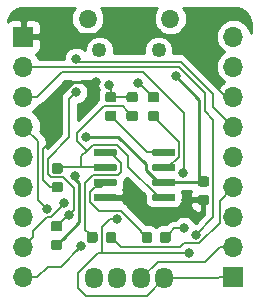
<source format=gbl>
G04 #@! TF.GenerationSoftware,KiCad,Pcbnew,(5.1.2)-1*
G04 #@! TF.CreationDate,2022-09-21T22:05:37+09:00*
G04 #@! TF.ProjectId,converter,636f6e76-6572-4746-9572-2e6b69636164,v2.0*
G04 #@! TF.SameCoordinates,Original*
G04 #@! TF.FileFunction,Copper,L2,Bot*
G04 #@! TF.FilePolarity,Positive*
%FSLAX46Y46*%
G04 Gerber Fmt 4.6, Leading zero omitted, Abs format (unit mm)*
G04 Created by KiCad (PCBNEW (5.1.2)-1) date 2022-09-21 22:05:37*
%MOMM*%
%LPD*%
G04 APERTURE LIST*
%ADD10C,0.100000*%
%ADD11C,0.875000*%
%ADD12O,1.250000X1.250000*%
%ADD13O,1.550000X1.550000*%
%ADD14C,0.600000*%
%ADD15O,1.524000X1.800000*%
%ADD16O,1.700000X1.700000*%
%ADD17R,1.700000X1.700000*%
%ADD18C,0.800000*%
%ADD19C,0.200000*%
%ADD20C,0.270000*%
%ADD21C,0.280000*%
%ADD22C,0.254000*%
G04 APERTURE END LIST*
D10*
G36*
X102137691Y-145138053D02*
G01*
X102158926Y-145141203D01*
X102179750Y-145146419D01*
X102199962Y-145153651D01*
X102219368Y-145162830D01*
X102237781Y-145173866D01*
X102255024Y-145186654D01*
X102270930Y-145201070D01*
X102285346Y-145216976D01*
X102298134Y-145234219D01*
X102309170Y-145252632D01*
X102318349Y-145272038D01*
X102325581Y-145292250D01*
X102330797Y-145313074D01*
X102333947Y-145334309D01*
X102335000Y-145355750D01*
X102335000Y-145793250D01*
X102333947Y-145814691D01*
X102330797Y-145835926D01*
X102325581Y-145856750D01*
X102318349Y-145876962D01*
X102309170Y-145896368D01*
X102298134Y-145914781D01*
X102285346Y-145932024D01*
X102270930Y-145947930D01*
X102255024Y-145962346D01*
X102237781Y-145975134D01*
X102219368Y-145986170D01*
X102199962Y-145995349D01*
X102179750Y-146002581D01*
X102158926Y-146007797D01*
X102137691Y-146010947D01*
X102116250Y-146012000D01*
X101603750Y-146012000D01*
X101582309Y-146010947D01*
X101561074Y-146007797D01*
X101540250Y-146002581D01*
X101520038Y-145995349D01*
X101500632Y-145986170D01*
X101482219Y-145975134D01*
X101464976Y-145962346D01*
X101449070Y-145947930D01*
X101434654Y-145932024D01*
X101421866Y-145914781D01*
X101410830Y-145896368D01*
X101401651Y-145876962D01*
X101394419Y-145856750D01*
X101389203Y-145835926D01*
X101386053Y-145814691D01*
X101385000Y-145793250D01*
X101385000Y-145355750D01*
X101386053Y-145334309D01*
X101389203Y-145313074D01*
X101394419Y-145292250D01*
X101401651Y-145272038D01*
X101410830Y-145252632D01*
X101421866Y-145234219D01*
X101434654Y-145216976D01*
X101449070Y-145201070D01*
X101464976Y-145186654D01*
X101482219Y-145173866D01*
X101500632Y-145162830D01*
X101520038Y-145153651D01*
X101540250Y-145146419D01*
X101561074Y-145141203D01*
X101582309Y-145138053D01*
X101603750Y-145137000D01*
X102116250Y-145137000D01*
X102137691Y-145138053D01*
X102137691Y-145138053D01*
G37*
D11*
X101860000Y-145574500D03*
D10*
G36*
X102137691Y-146713053D02*
G01*
X102158926Y-146716203D01*
X102179750Y-146721419D01*
X102199962Y-146728651D01*
X102219368Y-146737830D01*
X102237781Y-146748866D01*
X102255024Y-146761654D01*
X102270930Y-146776070D01*
X102285346Y-146791976D01*
X102298134Y-146809219D01*
X102309170Y-146827632D01*
X102318349Y-146847038D01*
X102325581Y-146867250D01*
X102330797Y-146888074D01*
X102333947Y-146909309D01*
X102335000Y-146930750D01*
X102335000Y-147368250D01*
X102333947Y-147389691D01*
X102330797Y-147410926D01*
X102325581Y-147431750D01*
X102318349Y-147451962D01*
X102309170Y-147471368D01*
X102298134Y-147489781D01*
X102285346Y-147507024D01*
X102270930Y-147522930D01*
X102255024Y-147537346D01*
X102237781Y-147550134D01*
X102219368Y-147561170D01*
X102199962Y-147570349D01*
X102179750Y-147577581D01*
X102158926Y-147582797D01*
X102137691Y-147585947D01*
X102116250Y-147587000D01*
X101603750Y-147587000D01*
X101582309Y-147585947D01*
X101561074Y-147582797D01*
X101540250Y-147577581D01*
X101520038Y-147570349D01*
X101500632Y-147561170D01*
X101482219Y-147550134D01*
X101464976Y-147537346D01*
X101449070Y-147522930D01*
X101434654Y-147507024D01*
X101421866Y-147489781D01*
X101410830Y-147471368D01*
X101401651Y-147451962D01*
X101394419Y-147431750D01*
X101389203Y-147410926D01*
X101386053Y-147389691D01*
X101385000Y-147368250D01*
X101385000Y-146930750D01*
X101386053Y-146909309D01*
X101389203Y-146888074D01*
X101394419Y-146867250D01*
X101401651Y-146847038D01*
X101410830Y-146827632D01*
X101421866Y-146809219D01*
X101434654Y-146791976D01*
X101449070Y-146776070D01*
X101464976Y-146761654D01*
X101482219Y-146748866D01*
X101500632Y-146737830D01*
X101520038Y-146728651D01*
X101540250Y-146721419D01*
X101561074Y-146716203D01*
X101582309Y-146713053D01*
X101603750Y-146712000D01*
X102116250Y-146712000D01*
X102137691Y-146713053D01*
X102137691Y-146713053D01*
G37*
D11*
X101860000Y-147149500D03*
D10*
G36*
X102201691Y-141829053D02*
G01*
X102222926Y-141832203D01*
X102243750Y-141837419D01*
X102263962Y-141844651D01*
X102283368Y-141853830D01*
X102301781Y-141864866D01*
X102319024Y-141877654D01*
X102334930Y-141892070D01*
X102349346Y-141907976D01*
X102362134Y-141925219D01*
X102373170Y-141943632D01*
X102382349Y-141963038D01*
X102389581Y-141983250D01*
X102394797Y-142004074D01*
X102397947Y-142025309D01*
X102399000Y-142046750D01*
X102399000Y-142484250D01*
X102397947Y-142505691D01*
X102394797Y-142526926D01*
X102389581Y-142547750D01*
X102382349Y-142567962D01*
X102373170Y-142587368D01*
X102362134Y-142605781D01*
X102349346Y-142623024D01*
X102334930Y-142638930D01*
X102319024Y-142653346D01*
X102301781Y-142666134D01*
X102283368Y-142677170D01*
X102263962Y-142686349D01*
X102243750Y-142693581D01*
X102222926Y-142698797D01*
X102201691Y-142701947D01*
X102180250Y-142703000D01*
X101667750Y-142703000D01*
X101646309Y-142701947D01*
X101625074Y-142698797D01*
X101604250Y-142693581D01*
X101584038Y-142686349D01*
X101564632Y-142677170D01*
X101546219Y-142666134D01*
X101528976Y-142653346D01*
X101513070Y-142638930D01*
X101498654Y-142623024D01*
X101485866Y-142605781D01*
X101474830Y-142587368D01*
X101465651Y-142567962D01*
X101458419Y-142547750D01*
X101453203Y-142526926D01*
X101450053Y-142505691D01*
X101449000Y-142484250D01*
X101449000Y-142046750D01*
X101450053Y-142025309D01*
X101453203Y-142004074D01*
X101458419Y-141983250D01*
X101465651Y-141963038D01*
X101474830Y-141943632D01*
X101485866Y-141925219D01*
X101498654Y-141907976D01*
X101513070Y-141892070D01*
X101528976Y-141877654D01*
X101546219Y-141864866D01*
X101564632Y-141853830D01*
X101584038Y-141844651D01*
X101604250Y-141837419D01*
X101625074Y-141832203D01*
X101646309Y-141829053D01*
X101667750Y-141828000D01*
X102180250Y-141828000D01*
X102201691Y-141829053D01*
X102201691Y-141829053D01*
G37*
D11*
X101924000Y-142265500D03*
D10*
G36*
X102201691Y-140254053D02*
G01*
X102222926Y-140257203D01*
X102243750Y-140262419D01*
X102263962Y-140269651D01*
X102283368Y-140278830D01*
X102301781Y-140289866D01*
X102319024Y-140302654D01*
X102334930Y-140317070D01*
X102349346Y-140332976D01*
X102362134Y-140350219D01*
X102373170Y-140368632D01*
X102382349Y-140388038D01*
X102389581Y-140408250D01*
X102394797Y-140429074D01*
X102397947Y-140450309D01*
X102399000Y-140471750D01*
X102399000Y-140909250D01*
X102397947Y-140930691D01*
X102394797Y-140951926D01*
X102389581Y-140972750D01*
X102382349Y-140992962D01*
X102373170Y-141012368D01*
X102362134Y-141030781D01*
X102349346Y-141048024D01*
X102334930Y-141063930D01*
X102319024Y-141078346D01*
X102301781Y-141091134D01*
X102283368Y-141102170D01*
X102263962Y-141111349D01*
X102243750Y-141118581D01*
X102222926Y-141123797D01*
X102201691Y-141126947D01*
X102180250Y-141128000D01*
X101667750Y-141128000D01*
X101646309Y-141126947D01*
X101625074Y-141123797D01*
X101604250Y-141118581D01*
X101584038Y-141111349D01*
X101564632Y-141102170D01*
X101546219Y-141091134D01*
X101528976Y-141078346D01*
X101513070Y-141063930D01*
X101498654Y-141048024D01*
X101485866Y-141030781D01*
X101474830Y-141012368D01*
X101465651Y-140992962D01*
X101458419Y-140972750D01*
X101453203Y-140951926D01*
X101450053Y-140930691D01*
X101449000Y-140909250D01*
X101449000Y-140471750D01*
X101450053Y-140450309D01*
X101453203Y-140429074D01*
X101458419Y-140408250D01*
X101465651Y-140388038D01*
X101474830Y-140368632D01*
X101485866Y-140350219D01*
X101498654Y-140332976D01*
X101513070Y-140317070D01*
X101528976Y-140302654D01*
X101546219Y-140289866D01*
X101564632Y-140278830D01*
X101584038Y-140269651D01*
X101604250Y-140262419D01*
X101625074Y-140257203D01*
X101646309Y-140254053D01*
X101667750Y-140253000D01*
X102180250Y-140253000D01*
X102201691Y-140254053D01*
X102201691Y-140254053D01*
G37*
D11*
X101924000Y-140690500D03*
D10*
G36*
X114577691Y-141346053D02*
G01*
X114598926Y-141349203D01*
X114619750Y-141354419D01*
X114639962Y-141361651D01*
X114659368Y-141370830D01*
X114677781Y-141381866D01*
X114695024Y-141394654D01*
X114710930Y-141409070D01*
X114725346Y-141424976D01*
X114738134Y-141442219D01*
X114749170Y-141460632D01*
X114758349Y-141480038D01*
X114765581Y-141500250D01*
X114770797Y-141521074D01*
X114773947Y-141542309D01*
X114775000Y-141563750D01*
X114775000Y-142001250D01*
X114773947Y-142022691D01*
X114770797Y-142043926D01*
X114765581Y-142064750D01*
X114758349Y-142084962D01*
X114749170Y-142104368D01*
X114738134Y-142122781D01*
X114725346Y-142140024D01*
X114710930Y-142155930D01*
X114695024Y-142170346D01*
X114677781Y-142183134D01*
X114659368Y-142194170D01*
X114639962Y-142203349D01*
X114619750Y-142210581D01*
X114598926Y-142215797D01*
X114577691Y-142218947D01*
X114556250Y-142220000D01*
X114043750Y-142220000D01*
X114022309Y-142218947D01*
X114001074Y-142215797D01*
X113980250Y-142210581D01*
X113960038Y-142203349D01*
X113940632Y-142194170D01*
X113922219Y-142183134D01*
X113904976Y-142170346D01*
X113889070Y-142155930D01*
X113874654Y-142140024D01*
X113861866Y-142122781D01*
X113850830Y-142104368D01*
X113841651Y-142084962D01*
X113834419Y-142064750D01*
X113829203Y-142043926D01*
X113826053Y-142022691D01*
X113825000Y-142001250D01*
X113825000Y-141563750D01*
X113826053Y-141542309D01*
X113829203Y-141521074D01*
X113834419Y-141500250D01*
X113841651Y-141480038D01*
X113850830Y-141460632D01*
X113861866Y-141442219D01*
X113874654Y-141424976D01*
X113889070Y-141409070D01*
X113904976Y-141394654D01*
X113922219Y-141381866D01*
X113940632Y-141370830D01*
X113960038Y-141361651D01*
X113980250Y-141354419D01*
X114001074Y-141349203D01*
X114022309Y-141346053D01*
X114043750Y-141345000D01*
X114556250Y-141345000D01*
X114577691Y-141346053D01*
X114577691Y-141346053D01*
G37*
D11*
X114300000Y-141782500D03*
D10*
G36*
X114577691Y-142921053D02*
G01*
X114598926Y-142924203D01*
X114619750Y-142929419D01*
X114639962Y-142936651D01*
X114659368Y-142945830D01*
X114677781Y-142956866D01*
X114695024Y-142969654D01*
X114710930Y-142984070D01*
X114725346Y-142999976D01*
X114738134Y-143017219D01*
X114749170Y-143035632D01*
X114758349Y-143055038D01*
X114765581Y-143075250D01*
X114770797Y-143096074D01*
X114773947Y-143117309D01*
X114775000Y-143138750D01*
X114775000Y-143576250D01*
X114773947Y-143597691D01*
X114770797Y-143618926D01*
X114765581Y-143639750D01*
X114758349Y-143659962D01*
X114749170Y-143679368D01*
X114738134Y-143697781D01*
X114725346Y-143715024D01*
X114710930Y-143730930D01*
X114695024Y-143745346D01*
X114677781Y-143758134D01*
X114659368Y-143769170D01*
X114639962Y-143778349D01*
X114619750Y-143785581D01*
X114598926Y-143790797D01*
X114577691Y-143793947D01*
X114556250Y-143795000D01*
X114043750Y-143795000D01*
X114022309Y-143793947D01*
X114001074Y-143790797D01*
X113980250Y-143785581D01*
X113960038Y-143778349D01*
X113940632Y-143769170D01*
X113922219Y-143758134D01*
X113904976Y-143745346D01*
X113889070Y-143730930D01*
X113874654Y-143715024D01*
X113861866Y-143697781D01*
X113850830Y-143679368D01*
X113841651Y-143659962D01*
X113834419Y-143639750D01*
X113829203Y-143618926D01*
X113826053Y-143597691D01*
X113825000Y-143576250D01*
X113825000Y-143138750D01*
X113826053Y-143117309D01*
X113829203Y-143096074D01*
X113834419Y-143075250D01*
X113841651Y-143055038D01*
X113850830Y-143035632D01*
X113861866Y-143017219D01*
X113874654Y-142999976D01*
X113889070Y-142984070D01*
X113904976Y-142969654D01*
X113922219Y-142956866D01*
X113940632Y-142945830D01*
X113960038Y-142936651D01*
X113980250Y-142929419D01*
X114001074Y-142924203D01*
X114022309Y-142921053D01*
X114043750Y-142920000D01*
X114556250Y-142920000D01*
X114577691Y-142921053D01*
X114577691Y-142921053D01*
G37*
D11*
X114300000Y-143357500D03*
D12*
X105500000Y-130700000D03*
X110500000Y-130700000D03*
D13*
X104500000Y-128000000D03*
X111500000Y-128000000D03*
D10*
G36*
X111315691Y-146042053D02*
G01*
X111336926Y-146045203D01*
X111357750Y-146050419D01*
X111377962Y-146057651D01*
X111397368Y-146066830D01*
X111415781Y-146077866D01*
X111433024Y-146090654D01*
X111448930Y-146105070D01*
X111463346Y-146120976D01*
X111476134Y-146138219D01*
X111487170Y-146156632D01*
X111496349Y-146176038D01*
X111503581Y-146196250D01*
X111508797Y-146217074D01*
X111511947Y-146238309D01*
X111513000Y-146259750D01*
X111513000Y-146772250D01*
X111511947Y-146793691D01*
X111508797Y-146814926D01*
X111503581Y-146835750D01*
X111496349Y-146855962D01*
X111487170Y-146875368D01*
X111476134Y-146893781D01*
X111463346Y-146911024D01*
X111448930Y-146926930D01*
X111433024Y-146941346D01*
X111415781Y-146954134D01*
X111397368Y-146965170D01*
X111377962Y-146974349D01*
X111357750Y-146981581D01*
X111336926Y-146986797D01*
X111315691Y-146989947D01*
X111294250Y-146991000D01*
X110856750Y-146991000D01*
X110835309Y-146989947D01*
X110814074Y-146986797D01*
X110793250Y-146981581D01*
X110773038Y-146974349D01*
X110753632Y-146965170D01*
X110735219Y-146954134D01*
X110717976Y-146941346D01*
X110702070Y-146926930D01*
X110687654Y-146911024D01*
X110674866Y-146893781D01*
X110663830Y-146875368D01*
X110654651Y-146855962D01*
X110647419Y-146835750D01*
X110642203Y-146814926D01*
X110639053Y-146793691D01*
X110638000Y-146772250D01*
X110638000Y-146259750D01*
X110639053Y-146238309D01*
X110642203Y-146217074D01*
X110647419Y-146196250D01*
X110654651Y-146176038D01*
X110663830Y-146156632D01*
X110674866Y-146138219D01*
X110687654Y-146120976D01*
X110702070Y-146105070D01*
X110717976Y-146090654D01*
X110735219Y-146077866D01*
X110753632Y-146066830D01*
X110773038Y-146057651D01*
X110793250Y-146050419D01*
X110814074Y-146045203D01*
X110835309Y-146042053D01*
X110856750Y-146041000D01*
X111294250Y-146041000D01*
X111315691Y-146042053D01*
X111315691Y-146042053D01*
G37*
D11*
X111075500Y-146516000D03*
D10*
G36*
X109740691Y-146042053D02*
G01*
X109761926Y-146045203D01*
X109782750Y-146050419D01*
X109802962Y-146057651D01*
X109822368Y-146066830D01*
X109840781Y-146077866D01*
X109858024Y-146090654D01*
X109873930Y-146105070D01*
X109888346Y-146120976D01*
X109901134Y-146138219D01*
X109912170Y-146156632D01*
X109921349Y-146176038D01*
X109928581Y-146196250D01*
X109933797Y-146217074D01*
X109936947Y-146238309D01*
X109938000Y-146259750D01*
X109938000Y-146772250D01*
X109936947Y-146793691D01*
X109933797Y-146814926D01*
X109928581Y-146835750D01*
X109921349Y-146855962D01*
X109912170Y-146875368D01*
X109901134Y-146893781D01*
X109888346Y-146911024D01*
X109873930Y-146926930D01*
X109858024Y-146941346D01*
X109840781Y-146954134D01*
X109822368Y-146965170D01*
X109802962Y-146974349D01*
X109782750Y-146981581D01*
X109761926Y-146986797D01*
X109740691Y-146989947D01*
X109719250Y-146991000D01*
X109281750Y-146991000D01*
X109260309Y-146989947D01*
X109239074Y-146986797D01*
X109218250Y-146981581D01*
X109198038Y-146974349D01*
X109178632Y-146965170D01*
X109160219Y-146954134D01*
X109142976Y-146941346D01*
X109127070Y-146926930D01*
X109112654Y-146911024D01*
X109099866Y-146893781D01*
X109088830Y-146875368D01*
X109079651Y-146855962D01*
X109072419Y-146835750D01*
X109067203Y-146814926D01*
X109064053Y-146793691D01*
X109063000Y-146772250D01*
X109063000Y-146259750D01*
X109064053Y-146238309D01*
X109067203Y-146217074D01*
X109072419Y-146196250D01*
X109079651Y-146176038D01*
X109088830Y-146156632D01*
X109099866Y-146138219D01*
X109112654Y-146120976D01*
X109127070Y-146105070D01*
X109142976Y-146090654D01*
X109160219Y-146077866D01*
X109178632Y-146066830D01*
X109198038Y-146057651D01*
X109218250Y-146050419D01*
X109239074Y-146045203D01*
X109260309Y-146042053D01*
X109281750Y-146041000D01*
X109719250Y-146041000D01*
X109740691Y-146042053D01*
X109740691Y-146042053D01*
G37*
D11*
X109500500Y-146516000D03*
D10*
G36*
X105140691Y-146042053D02*
G01*
X105161926Y-146045203D01*
X105182750Y-146050419D01*
X105202962Y-146057651D01*
X105222368Y-146066830D01*
X105240781Y-146077866D01*
X105258024Y-146090654D01*
X105273930Y-146105070D01*
X105288346Y-146120976D01*
X105301134Y-146138219D01*
X105312170Y-146156632D01*
X105321349Y-146176038D01*
X105328581Y-146196250D01*
X105333797Y-146217074D01*
X105336947Y-146238309D01*
X105338000Y-146259750D01*
X105338000Y-146772250D01*
X105336947Y-146793691D01*
X105333797Y-146814926D01*
X105328581Y-146835750D01*
X105321349Y-146855962D01*
X105312170Y-146875368D01*
X105301134Y-146893781D01*
X105288346Y-146911024D01*
X105273930Y-146926930D01*
X105258024Y-146941346D01*
X105240781Y-146954134D01*
X105222368Y-146965170D01*
X105202962Y-146974349D01*
X105182750Y-146981581D01*
X105161926Y-146986797D01*
X105140691Y-146989947D01*
X105119250Y-146991000D01*
X104681750Y-146991000D01*
X104660309Y-146989947D01*
X104639074Y-146986797D01*
X104618250Y-146981581D01*
X104598038Y-146974349D01*
X104578632Y-146965170D01*
X104560219Y-146954134D01*
X104542976Y-146941346D01*
X104527070Y-146926930D01*
X104512654Y-146911024D01*
X104499866Y-146893781D01*
X104488830Y-146875368D01*
X104479651Y-146855962D01*
X104472419Y-146835750D01*
X104467203Y-146814926D01*
X104464053Y-146793691D01*
X104463000Y-146772250D01*
X104463000Y-146259750D01*
X104464053Y-146238309D01*
X104467203Y-146217074D01*
X104472419Y-146196250D01*
X104479651Y-146176038D01*
X104488830Y-146156632D01*
X104499866Y-146138219D01*
X104512654Y-146120976D01*
X104527070Y-146105070D01*
X104542976Y-146090654D01*
X104560219Y-146077866D01*
X104578632Y-146066830D01*
X104598038Y-146057651D01*
X104618250Y-146050419D01*
X104639074Y-146045203D01*
X104660309Y-146042053D01*
X104681750Y-146041000D01*
X105119250Y-146041000D01*
X105140691Y-146042053D01*
X105140691Y-146042053D01*
G37*
D11*
X104900500Y-146516000D03*
D10*
G36*
X106715691Y-146042053D02*
G01*
X106736926Y-146045203D01*
X106757750Y-146050419D01*
X106777962Y-146057651D01*
X106797368Y-146066830D01*
X106815781Y-146077866D01*
X106833024Y-146090654D01*
X106848930Y-146105070D01*
X106863346Y-146120976D01*
X106876134Y-146138219D01*
X106887170Y-146156632D01*
X106896349Y-146176038D01*
X106903581Y-146196250D01*
X106908797Y-146217074D01*
X106911947Y-146238309D01*
X106913000Y-146259750D01*
X106913000Y-146772250D01*
X106911947Y-146793691D01*
X106908797Y-146814926D01*
X106903581Y-146835750D01*
X106896349Y-146855962D01*
X106887170Y-146875368D01*
X106876134Y-146893781D01*
X106863346Y-146911024D01*
X106848930Y-146926930D01*
X106833024Y-146941346D01*
X106815781Y-146954134D01*
X106797368Y-146965170D01*
X106777962Y-146974349D01*
X106757750Y-146981581D01*
X106736926Y-146986797D01*
X106715691Y-146989947D01*
X106694250Y-146991000D01*
X106256750Y-146991000D01*
X106235309Y-146989947D01*
X106214074Y-146986797D01*
X106193250Y-146981581D01*
X106173038Y-146974349D01*
X106153632Y-146965170D01*
X106135219Y-146954134D01*
X106117976Y-146941346D01*
X106102070Y-146926930D01*
X106087654Y-146911024D01*
X106074866Y-146893781D01*
X106063830Y-146875368D01*
X106054651Y-146855962D01*
X106047419Y-146835750D01*
X106042203Y-146814926D01*
X106039053Y-146793691D01*
X106038000Y-146772250D01*
X106038000Y-146259750D01*
X106039053Y-146238309D01*
X106042203Y-146217074D01*
X106047419Y-146196250D01*
X106054651Y-146176038D01*
X106063830Y-146156632D01*
X106074866Y-146138219D01*
X106087654Y-146120976D01*
X106102070Y-146105070D01*
X106117976Y-146090654D01*
X106135219Y-146077866D01*
X106153632Y-146066830D01*
X106173038Y-146057651D01*
X106193250Y-146050419D01*
X106214074Y-146045203D01*
X106235309Y-146042053D01*
X106256750Y-146041000D01*
X106694250Y-146041000D01*
X106715691Y-146042053D01*
X106715691Y-146042053D01*
G37*
D11*
X106475500Y-146516000D03*
D10*
G36*
X110339691Y-134230053D02*
G01*
X110360926Y-134233203D01*
X110381750Y-134238419D01*
X110401962Y-134245651D01*
X110421368Y-134254830D01*
X110439781Y-134265866D01*
X110457024Y-134278654D01*
X110472930Y-134293070D01*
X110487346Y-134308976D01*
X110500134Y-134326219D01*
X110511170Y-134344632D01*
X110520349Y-134364038D01*
X110527581Y-134384250D01*
X110532797Y-134405074D01*
X110535947Y-134426309D01*
X110537000Y-134447750D01*
X110537000Y-134885250D01*
X110535947Y-134906691D01*
X110532797Y-134927926D01*
X110527581Y-134948750D01*
X110520349Y-134968962D01*
X110511170Y-134988368D01*
X110500134Y-135006781D01*
X110487346Y-135024024D01*
X110472930Y-135039930D01*
X110457024Y-135054346D01*
X110439781Y-135067134D01*
X110421368Y-135078170D01*
X110401962Y-135087349D01*
X110381750Y-135094581D01*
X110360926Y-135099797D01*
X110339691Y-135102947D01*
X110318250Y-135104000D01*
X109805750Y-135104000D01*
X109784309Y-135102947D01*
X109763074Y-135099797D01*
X109742250Y-135094581D01*
X109722038Y-135087349D01*
X109702632Y-135078170D01*
X109684219Y-135067134D01*
X109666976Y-135054346D01*
X109651070Y-135039930D01*
X109636654Y-135024024D01*
X109623866Y-135006781D01*
X109612830Y-134988368D01*
X109603651Y-134968962D01*
X109596419Y-134948750D01*
X109591203Y-134927926D01*
X109588053Y-134906691D01*
X109587000Y-134885250D01*
X109587000Y-134447750D01*
X109588053Y-134426309D01*
X109591203Y-134405074D01*
X109596419Y-134384250D01*
X109603651Y-134364038D01*
X109612830Y-134344632D01*
X109623866Y-134326219D01*
X109636654Y-134308976D01*
X109651070Y-134293070D01*
X109666976Y-134278654D01*
X109684219Y-134265866D01*
X109702632Y-134254830D01*
X109722038Y-134245651D01*
X109742250Y-134238419D01*
X109763074Y-134233203D01*
X109784309Y-134230053D01*
X109805750Y-134229000D01*
X110318250Y-134229000D01*
X110339691Y-134230053D01*
X110339691Y-134230053D01*
G37*
D11*
X110062000Y-134666500D03*
D10*
G36*
X110339691Y-135805053D02*
G01*
X110360926Y-135808203D01*
X110381750Y-135813419D01*
X110401962Y-135820651D01*
X110421368Y-135829830D01*
X110439781Y-135840866D01*
X110457024Y-135853654D01*
X110472930Y-135868070D01*
X110487346Y-135883976D01*
X110500134Y-135901219D01*
X110511170Y-135919632D01*
X110520349Y-135939038D01*
X110527581Y-135959250D01*
X110532797Y-135980074D01*
X110535947Y-136001309D01*
X110537000Y-136022750D01*
X110537000Y-136460250D01*
X110535947Y-136481691D01*
X110532797Y-136502926D01*
X110527581Y-136523750D01*
X110520349Y-136543962D01*
X110511170Y-136563368D01*
X110500134Y-136581781D01*
X110487346Y-136599024D01*
X110472930Y-136614930D01*
X110457024Y-136629346D01*
X110439781Y-136642134D01*
X110421368Y-136653170D01*
X110401962Y-136662349D01*
X110381750Y-136669581D01*
X110360926Y-136674797D01*
X110339691Y-136677947D01*
X110318250Y-136679000D01*
X109805750Y-136679000D01*
X109784309Y-136677947D01*
X109763074Y-136674797D01*
X109742250Y-136669581D01*
X109722038Y-136662349D01*
X109702632Y-136653170D01*
X109684219Y-136642134D01*
X109666976Y-136629346D01*
X109651070Y-136614930D01*
X109636654Y-136599024D01*
X109623866Y-136581781D01*
X109612830Y-136563368D01*
X109603651Y-136543962D01*
X109596419Y-136523750D01*
X109591203Y-136502926D01*
X109588053Y-136481691D01*
X109587000Y-136460250D01*
X109587000Y-136022750D01*
X109588053Y-136001309D01*
X109591203Y-135980074D01*
X109596419Y-135959250D01*
X109603651Y-135939038D01*
X109612830Y-135919632D01*
X109623866Y-135901219D01*
X109636654Y-135883976D01*
X109651070Y-135868070D01*
X109666976Y-135853654D01*
X109684219Y-135840866D01*
X109702632Y-135829830D01*
X109722038Y-135820651D01*
X109742250Y-135813419D01*
X109763074Y-135808203D01*
X109784309Y-135805053D01*
X109805750Y-135804000D01*
X110318250Y-135804000D01*
X110339691Y-135805053D01*
X110339691Y-135805053D01*
G37*
D11*
X110062000Y-136241500D03*
D10*
G36*
X106739691Y-135793053D02*
G01*
X106760926Y-135796203D01*
X106781750Y-135801419D01*
X106801962Y-135808651D01*
X106821368Y-135817830D01*
X106839781Y-135828866D01*
X106857024Y-135841654D01*
X106872930Y-135856070D01*
X106887346Y-135871976D01*
X106900134Y-135889219D01*
X106911170Y-135907632D01*
X106920349Y-135927038D01*
X106927581Y-135947250D01*
X106932797Y-135968074D01*
X106935947Y-135989309D01*
X106937000Y-136010750D01*
X106937000Y-136448250D01*
X106935947Y-136469691D01*
X106932797Y-136490926D01*
X106927581Y-136511750D01*
X106920349Y-136531962D01*
X106911170Y-136551368D01*
X106900134Y-136569781D01*
X106887346Y-136587024D01*
X106872930Y-136602930D01*
X106857024Y-136617346D01*
X106839781Y-136630134D01*
X106821368Y-136641170D01*
X106801962Y-136650349D01*
X106781750Y-136657581D01*
X106760926Y-136662797D01*
X106739691Y-136665947D01*
X106718250Y-136667000D01*
X106205750Y-136667000D01*
X106184309Y-136665947D01*
X106163074Y-136662797D01*
X106142250Y-136657581D01*
X106122038Y-136650349D01*
X106102632Y-136641170D01*
X106084219Y-136630134D01*
X106066976Y-136617346D01*
X106051070Y-136602930D01*
X106036654Y-136587024D01*
X106023866Y-136569781D01*
X106012830Y-136551368D01*
X106003651Y-136531962D01*
X105996419Y-136511750D01*
X105991203Y-136490926D01*
X105988053Y-136469691D01*
X105987000Y-136448250D01*
X105987000Y-136010750D01*
X105988053Y-135989309D01*
X105991203Y-135968074D01*
X105996419Y-135947250D01*
X106003651Y-135927038D01*
X106012830Y-135907632D01*
X106023866Y-135889219D01*
X106036654Y-135871976D01*
X106051070Y-135856070D01*
X106066976Y-135841654D01*
X106084219Y-135828866D01*
X106102632Y-135817830D01*
X106122038Y-135808651D01*
X106142250Y-135801419D01*
X106163074Y-135796203D01*
X106184309Y-135793053D01*
X106205750Y-135792000D01*
X106718250Y-135792000D01*
X106739691Y-135793053D01*
X106739691Y-135793053D01*
G37*
D11*
X106462000Y-136229500D03*
D10*
G36*
X106739691Y-134218053D02*
G01*
X106760926Y-134221203D01*
X106781750Y-134226419D01*
X106801962Y-134233651D01*
X106821368Y-134242830D01*
X106839781Y-134253866D01*
X106857024Y-134266654D01*
X106872930Y-134281070D01*
X106887346Y-134296976D01*
X106900134Y-134314219D01*
X106911170Y-134332632D01*
X106920349Y-134352038D01*
X106927581Y-134372250D01*
X106932797Y-134393074D01*
X106935947Y-134414309D01*
X106937000Y-134435750D01*
X106937000Y-134873250D01*
X106935947Y-134894691D01*
X106932797Y-134915926D01*
X106927581Y-134936750D01*
X106920349Y-134956962D01*
X106911170Y-134976368D01*
X106900134Y-134994781D01*
X106887346Y-135012024D01*
X106872930Y-135027930D01*
X106857024Y-135042346D01*
X106839781Y-135055134D01*
X106821368Y-135066170D01*
X106801962Y-135075349D01*
X106781750Y-135082581D01*
X106760926Y-135087797D01*
X106739691Y-135090947D01*
X106718250Y-135092000D01*
X106205750Y-135092000D01*
X106184309Y-135090947D01*
X106163074Y-135087797D01*
X106142250Y-135082581D01*
X106122038Y-135075349D01*
X106102632Y-135066170D01*
X106084219Y-135055134D01*
X106066976Y-135042346D01*
X106051070Y-135027930D01*
X106036654Y-135012024D01*
X106023866Y-134994781D01*
X106012830Y-134976368D01*
X106003651Y-134956962D01*
X105996419Y-134936750D01*
X105991203Y-134915926D01*
X105988053Y-134894691D01*
X105987000Y-134873250D01*
X105987000Y-134435750D01*
X105988053Y-134414309D01*
X105991203Y-134393074D01*
X105996419Y-134372250D01*
X106003651Y-134352038D01*
X106012830Y-134332632D01*
X106023866Y-134314219D01*
X106036654Y-134296976D01*
X106051070Y-134281070D01*
X106066976Y-134266654D01*
X106084219Y-134253866D01*
X106102632Y-134242830D01*
X106122038Y-134233651D01*
X106142250Y-134226419D01*
X106163074Y-134221203D01*
X106184309Y-134218053D01*
X106205750Y-134217000D01*
X106718250Y-134217000D01*
X106739691Y-134218053D01*
X106739691Y-134218053D01*
G37*
D11*
X106462000Y-134654500D03*
D10*
G36*
X108539691Y-134218053D02*
G01*
X108560926Y-134221203D01*
X108581750Y-134226419D01*
X108601962Y-134233651D01*
X108621368Y-134242830D01*
X108639781Y-134253866D01*
X108657024Y-134266654D01*
X108672930Y-134281070D01*
X108687346Y-134296976D01*
X108700134Y-134314219D01*
X108711170Y-134332632D01*
X108720349Y-134352038D01*
X108727581Y-134372250D01*
X108732797Y-134393074D01*
X108735947Y-134414309D01*
X108737000Y-134435750D01*
X108737000Y-134873250D01*
X108735947Y-134894691D01*
X108732797Y-134915926D01*
X108727581Y-134936750D01*
X108720349Y-134956962D01*
X108711170Y-134976368D01*
X108700134Y-134994781D01*
X108687346Y-135012024D01*
X108672930Y-135027930D01*
X108657024Y-135042346D01*
X108639781Y-135055134D01*
X108621368Y-135066170D01*
X108601962Y-135075349D01*
X108581750Y-135082581D01*
X108560926Y-135087797D01*
X108539691Y-135090947D01*
X108518250Y-135092000D01*
X108005750Y-135092000D01*
X107984309Y-135090947D01*
X107963074Y-135087797D01*
X107942250Y-135082581D01*
X107922038Y-135075349D01*
X107902632Y-135066170D01*
X107884219Y-135055134D01*
X107866976Y-135042346D01*
X107851070Y-135027930D01*
X107836654Y-135012024D01*
X107823866Y-134994781D01*
X107812830Y-134976368D01*
X107803651Y-134956962D01*
X107796419Y-134936750D01*
X107791203Y-134915926D01*
X107788053Y-134894691D01*
X107787000Y-134873250D01*
X107787000Y-134435750D01*
X107788053Y-134414309D01*
X107791203Y-134393074D01*
X107796419Y-134372250D01*
X107803651Y-134352038D01*
X107812830Y-134332632D01*
X107823866Y-134314219D01*
X107836654Y-134296976D01*
X107851070Y-134281070D01*
X107866976Y-134266654D01*
X107884219Y-134253866D01*
X107902632Y-134242830D01*
X107922038Y-134233651D01*
X107942250Y-134226419D01*
X107963074Y-134221203D01*
X107984309Y-134218053D01*
X108005750Y-134217000D01*
X108518250Y-134217000D01*
X108539691Y-134218053D01*
X108539691Y-134218053D01*
G37*
D11*
X108262000Y-134654500D03*
D10*
G36*
X108539691Y-135793053D02*
G01*
X108560926Y-135796203D01*
X108581750Y-135801419D01*
X108601962Y-135808651D01*
X108621368Y-135817830D01*
X108639781Y-135828866D01*
X108657024Y-135841654D01*
X108672930Y-135856070D01*
X108687346Y-135871976D01*
X108700134Y-135889219D01*
X108711170Y-135907632D01*
X108720349Y-135927038D01*
X108727581Y-135947250D01*
X108732797Y-135968074D01*
X108735947Y-135989309D01*
X108737000Y-136010750D01*
X108737000Y-136448250D01*
X108735947Y-136469691D01*
X108732797Y-136490926D01*
X108727581Y-136511750D01*
X108720349Y-136531962D01*
X108711170Y-136551368D01*
X108700134Y-136569781D01*
X108687346Y-136587024D01*
X108672930Y-136602930D01*
X108657024Y-136617346D01*
X108639781Y-136630134D01*
X108621368Y-136641170D01*
X108601962Y-136650349D01*
X108581750Y-136657581D01*
X108560926Y-136662797D01*
X108539691Y-136665947D01*
X108518250Y-136667000D01*
X108005750Y-136667000D01*
X107984309Y-136665947D01*
X107963074Y-136662797D01*
X107942250Y-136657581D01*
X107922038Y-136650349D01*
X107902632Y-136641170D01*
X107884219Y-136630134D01*
X107866976Y-136617346D01*
X107851070Y-136602930D01*
X107836654Y-136587024D01*
X107823866Y-136569781D01*
X107812830Y-136551368D01*
X107803651Y-136531962D01*
X107796419Y-136511750D01*
X107791203Y-136490926D01*
X107788053Y-136469691D01*
X107787000Y-136448250D01*
X107787000Y-136010750D01*
X107788053Y-135989309D01*
X107791203Y-135968074D01*
X107796419Y-135947250D01*
X107803651Y-135927038D01*
X107812830Y-135907632D01*
X107823866Y-135889219D01*
X107836654Y-135871976D01*
X107851070Y-135856070D01*
X107866976Y-135841654D01*
X107884219Y-135828866D01*
X107902632Y-135817830D01*
X107922038Y-135808651D01*
X107942250Y-135801419D01*
X107963074Y-135796203D01*
X107984309Y-135793053D01*
X108005750Y-135792000D01*
X108518250Y-135792000D01*
X108539691Y-135793053D01*
X108539691Y-135793053D01*
G37*
D11*
X108262000Y-136229500D03*
D10*
G36*
X106822703Y-142829722D02*
G01*
X106837264Y-142831882D01*
X106851543Y-142835459D01*
X106865403Y-142840418D01*
X106878710Y-142846712D01*
X106891336Y-142854280D01*
X106903159Y-142863048D01*
X106914066Y-142872934D01*
X106923952Y-142883841D01*
X106932720Y-142895664D01*
X106940288Y-142908290D01*
X106946582Y-142921597D01*
X106951541Y-142935457D01*
X106955118Y-142949736D01*
X106957278Y-142964297D01*
X106958000Y-142979000D01*
X106958000Y-143279000D01*
X106957278Y-143293703D01*
X106955118Y-143308264D01*
X106951541Y-143322543D01*
X106946582Y-143336403D01*
X106940288Y-143349710D01*
X106932720Y-143362336D01*
X106923952Y-143374159D01*
X106914066Y-143385066D01*
X106903159Y-143394952D01*
X106891336Y-143403720D01*
X106878710Y-143411288D01*
X106865403Y-143417582D01*
X106851543Y-143422541D01*
X106837264Y-143426118D01*
X106822703Y-143428278D01*
X106808000Y-143429000D01*
X105158000Y-143429000D01*
X105143297Y-143428278D01*
X105128736Y-143426118D01*
X105114457Y-143422541D01*
X105100597Y-143417582D01*
X105087290Y-143411288D01*
X105074664Y-143403720D01*
X105062841Y-143394952D01*
X105051934Y-143385066D01*
X105042048Y-143374159D01*
X105033280Y-143362336D01*
X105025712Y-143349710D01*
X105019418Y-143336403D01*
X105014459Y-143322543D01*
X105010882Y-143308264D01*
X105008722Y-143293703D01*
X105008000Y-143279000D01*
X105008000Y-142979000D01*
X105008722Y-142964297D01*
X105010882Y-142949736D01*
X105014459Y-142935457D01*
X105019418Y-142921597D01*
X105025712Y-142908290D01*
X105033280Y-142895664D01*
X105042048Y-142883841D01*
X105051934Y-142872934D01*
X105062841Y-142863048D01*
X105074664Y-142854280D01*
X105087290Y-142846712D01*
X105100597Y-142840418D01*
X105114457Y-142835459D01*
X105128736Y-142831882D01*
X105143297Y-142829722D01*
X105158000Y-142829000D01*
X106808000Y-142829000D01*
X106822703Y-142829722D01*
X106822703Y-142829722D01*
G37*
D14*
X105983000Y-143129000D03*
D10*
G36*
X106822703Y-141559722D02*
G01*
X106837264Y-141561882D01*
X106851543Y-141565459D01*
X106865403Y-141570418D01*
X106878710Y-141576712D01*
X106891336Y-141584280D01*
X106903159Y-141593048D01*
X106914066Y-141602934D01*
X106923952Y-141613841D01*
X106932720Y-141625664D01*
X106940288Y-141638290D01*
X106946582Y-141651597D01*
X106951541Y-141665457D01*
X106955118Y-141679736D01*
X106957278Y-141694297D01*
X106958000Y-141709000D01*
X106958000Y-142009000D01*
X106957278Y-142023703D01*
X106955118Y-142038264D01*
X106951541Y-142052543D01*
X106946582Y-142066403D01*
X106940288Y-142079710D01*
X106932720Y-142092336D01*
X106923952Y-142104159D01*
X106914066Y-142115066D01*
X106903159Y-142124952D01*
X106891336Y-142133720D01*
X106878710Y-142141288D01*
X106865403Y-142147582D01*
X106851543Y-142152541D01*
X106837264Y-142156118D01*
X106822703Y-142158278D01*
X106808000Y-142159000D01*
X105158000Y-142159000D01*
X105143297Y-142158278D01*
X105128736Y-142156118D01*
X105114457Y-142152541D01*
X105100597Y-142147582D01*
X105087290Y-142141288D01*
X105074664Y-142133720D01*
X105062841Y-142124952D01*
X105051934Y-142115066D01*
X105042048Y-142104159D01*
X105033280Y-142092336D01*
X105025712Y-142079710D01*
X105019418Y-142066403D01*
X105014459Y-142052543D01*
X105010882Y-142038264D01*
X105008722Y-142023703D01*
X105008000Y-142009000D01*
X105008000Y-141709000D01*
X105008722Y-141694297D01*
X105010882Y-141679736D01*
X105014459Y-141665457D01*
X105019418Y-141651597D01*
X105025712Y-141638290D01*
X105033280Y-141625664D01*
X105042048Y-141613841D01*
X105051934Y-141602934D01*
X105062841Y-141593048D01*
X105074664Y-141584280D01*
X105087290Y-141576712D01*
X105100597Y-141570418D01*
X105114457Y-141565459D01*
X105128736Y-141561882D01*
X105143297Y-141559722D01*
X105158000Y-141559000D01*
X106808000Y-141559000D01*
X106822703Y-141559722D01*
X106822703Y-141559722D01*
G37*
D14*
X105983000Y-141859000D03*
D10*
G36*
X106822703Y-140289722D02*
G01*
X106837264Y-140291882D01*
X106851543Y-140295459D01*
X106865403Y-140300418D01*
X106878710Y-140306712D01*
X106891336Y-140314280D01*
X106903159Y-140323048D01*
X106914066Y-140332934D01*
X106923952Y-140343841D01*
X106932720Y-140355664D01*
X106940288Y-140368290D01*
X106946582Y-140381597D01*
X106951541Y-140395457D01*
X106955118Y-140409736D01*
X106957278Y-140424297D01*
X106958000Y-140439000D01*
X106958000Y-140739000D01*
X106957278Y-140753703D01*
X106955118Y-140768264D01*
X106951541Y-140782543D01*
X106946582Y-140796403D01*
X106940288Y-140809710D01*
X106932720Y-140822336D01*
X106923952Y-140834159D01*
X106914066Y-140845066D01*
X106903159Y-140854952D01*
X106891336Y-140863720D01*
X106878710Y-140871288D01*
X106865403Y-140877582D01*
X106851543Y-140882541D01*
X106837264Y-140886118D01*
X106822703Y-140888278D01*
X106808000Y-140889000D01*
X105158000Y-140889000D01*
X105143297Y-140888278D01*
X105128736Y-140886118D01*
X105114457Y-140882541D01*
X105100597Y-140877582D01*
X105087290Y-140871288D01*
X105074664Y-140863720D01*
X105062841Y-140854952D01*
X105051934Y-140845066D01*
X105042048Y-140834159D01*
X105033280Y-140822336D01*
X105025712Y-140809710D01*
X105019418Y-140796403D01*
X105014459Y-140782543D01*
X105010882Y-140768264D01*
X105008722Y-140753703D01*
X105008000Y-140739000D01*
X105008000Y-140439000D01*
X105008722Y-140424297D01*
X105010882Y-140409736D01*
X105014459Y-140395457D01*
X105019418Y-140381597D01*
X105025712Y-140368290D01*
X105033280Y-140355664D01*
X105042048Y-140343841D01*
X105051934Y-140332934D01*
X105062841Y-140323048D01*
X105074664Y-140314280D01*
X105087290Y-140306712D01*
X105100597Y-140300418D01*
X105114457Y-140295459D01*
X105128736Y-140291882D01*
X105143297Y-140289722D01*
X105158000Y-140289000D01*
X106808000Y-140289000D01*
X106822703Y-140289722D01*
X106822703Y-140289722D01*
G37*
D14*
X105983000Y-140589000D03*
D10*
G36*
X106822703Y-139019722D02*
G01*
X106837264Y-139021882D01*
X106851543Y-139025459D01*
X106865403Y-139030418D01*
X106878710Y-139036712D01*
X106891336Y-139044280D01*
X106903159Y-139053048D01*
X106914066Y-139062934D01*
X106923952Y-139073841D01*
X106932720Y-139085664D01*
X106940288Y-139098290D01*
X106946582Y-139111597D01*
X106951541Y-139125457D01*
X106955118Y-139139736D01*
X106957278Y-139154297D01*
X106958000Y-139169000D01*
X106958000Y-139469000D01*
X106957278Y-139483703D01*
X106955118Y-139498264D01*
X106951541Y-139512543D01*
X106946582Y-139526403D01*
X106940288Y-139539710D01*
X106932720Y-139552336D01*
X106923952Y-139564159D01*
X106914066Y-139575066D01*
X106903159Y-139584952D01*
X106891336Y-139593720D01*
X106878710Y-139601288D01*
X106865403Y-139607582D01*
X106851543Y-139612541D01*
X106837264Y-139616118D01*
X106822703Y-139618278D01*
X106808000Y-139619000D01*
X105158000Y-139619000D01*
X105143297Y-139618278D01*
X105128736Y-139616118D01*
X105114457Y-139612541D01*
X105100597Y-139607582D01*
X105087290Y-139601288D01*
X105074664Y-139593720D01*
X105062841Y-139584952D01*
X105051934Y-139575066D01*
X105042048Y-139564159D01*
X105033280Y-139552336D01*
X105025712Y-139539710D01*
X105019418Y-139526403D01*
X105014459Y-139512543D01*
X105010882Y-139498264D01*
X105008722Y-139483703D01*
X105008000Y-139469000D01*
X105008000Y-139169000D01*
X105008722Y-139154297D01*
X105010882Y-139139736D01*
X105014459Y-139125457D01*
X105019418Y-139111597D01*
X105025712Y-139098290D01*
X105033280Y-139085664D01*
X105042048Y-139073841D01*
X105051934Y-139062934D01*
X105062841Y-139053048D01*
X105074664Y-139044280D01*
X105087290Y-139036712D01*
X105100597Y-139030418D01*
X105114457Y-139025459D01*
X105128736Y-139021882D01*
X105143297Y-139019722D01*
X105158000Y-139019000D01*
X106808000Y-139019000D01*
X106822703Y-139019722D01*
X106822703Y-139019722D01*
G37*
D14*
X105983000Y-139319000D03*
D10*
G36*
X111772703Y-139019722D02*
G01*
X111787264Y-139021882D01*
X111801543Y-139025459D01*
X111815403Y-139030418D01*
X111828710Y-139036712D01*
X111841336Y-139044280D01*
X111853159Y-139053048D01*
X111864066Y-139062934D01*
X111873952Y-139073841D01*
X111882720Y-139085664D01*
X111890288Y-139098290D01*
X111896582Y-139111597D01*
X111901541Y-139125457D01*
X111905118Y-139139736D01*
X111907278Y-139154297D01*
X111908000Y-139169000D01*
X111908000Y-139469000D01*
X111907278Y-139483703D01*
X111905118Y-139498264D01*
X111901541Y-139512543D01*
X111896582Y-139526403D01*
X111890288Y-139539710D01*
X111882720Y-139552336D01*
X111873952Y-139564159D01*
X111864066Y-139575066D01*
X111853159Y-139584952D01*
X111841336Y-139593720D01*
X111828710Y-139601288D01*
X111815403Y-139607582D01*
X111801543Y-139612541D01*
X111787264Y-139616118D01*
X111772703Y-139618278D01*
X111758000Y-139619000D01*
X110108000Y-139619000D01*
X110093297Y-139618278D01*
X110078736Y-139616118D01*
X110064457Y-139612541D01*
X110050597Y-139607582D01*
X110037290Y-139601288D01*
X110024664Y-139593720D01*
X110012841Y-139584952D01*
X110001934Y-139575066D01*
X109992048Y-139564159D01*
X109983280Y-139552336D01*
X109975712Y-139539710D01*
X109969418Y-139526403D01*
X109964459Y-139512543D01*
X109960882Y-139498264D01*
X109958722Y-139483703D01*
X109958000Y-139469000D01*
X109958000Y-139169000D01*
X109958722Y-139154297D01*
X109960882Y-139139736D01*
X109964459Y-139125457D01*
X109969418Y-139111597D01*
X109975712Y-139098290D01*
X109983280Y-139085664D01*
X109992048Y-139073841D01*
X110001934Y-139062934D01*
X110012841Y-139053048D01*
X110024664Y-139044280D01*
X110037290Y-139036712D01*
X110050597Y-139030418D01*
X110064457Y-139025459D01*
X110078736Y-139021882D01*
X110093297Y-139019722D01*
X110108000Y-139019000D01*
X111758000Y-139019000D01*
X111772703Y-139019722D01*
X111772703Y-139019722D01*
G37*
D14*
X110933000Y-139319000D03*
D10*
G36*
X111772703Y-140289722D02*
G01*
X111787264Y-140291882D01*
X111801543Y-140295459D01*
X111815403Y-140300418D01*
X111828710Y-140306712D01*
X111841336Y-140314280D01*
X111853159Y-140323048D01*
X111864066Y-140332934D01*
X111873952Y-140343841D01*
X111882720Y-140355664D01*
X111890288Y-140368290D01*
X111896582Y-140381597D01*
X111901541Y-140395457D01*
X111905118Y-140409736D01*
X111907278Y-140424297D01*
X111908000Y-140439000D01*
X111908000Y-140739000D01*
X111907278Y-140753703D01*
X111905118Y-140768264D01*
X111901541Y-140782543D01*
X111896582Y-140796403D01*
X111890288Y-140809710D01*
X111882720Y-140822336D01*
X111873952Y-140834159D01*
X111864066Y-140845066D01*
X111853159Y-140854952D01*
X111841336Y-140863720D01*
X111828710Y-140871288D01*
X111815403Y-140877582D01*
X111801543Y-140882541D01*
X111787264Y-140886118D01*
X111772703Y-140888278D01*
X111758000Y-140889000D01*
X110108000Y-140889000D01*
X110093297Y-140888278D01*
X110078736Y-140886118D01*
X110064457Y-140882541D01*
X110050597Y-140877582D01*
X110037290Y-140871288D01*
X110024664Y-140863720D01*
X110012841Y-140854952D01*
X110001934Y-140845066D01*
X109992048Y-140834159D01*
X109983280Y-140822336D01*
X109975712Y-140809710D01*
X109969418Y-140796403D01*
X109964459Y-140782543D01*
X109960882Y-140768264D01*
X109958722Y-140753703D01*
X109958000Y-140739000D01*
X109958000Y-140439000D01*
X109958722Y-140424297D01*
X109960882Y-140409736D01*
X109964459Y-140395457D01*
X109969418Y-140381597D01*
X109975712Y-140368290D01*
X109983280Y-140355664D01*
X109992048Y-140343841D01*
X110001934Y-140332934D01*
X110012841Y-140323048D01*
X110024664Y-140314280D01*
X110037290Y-140306712D01*
X110050597Y-140300418D01*
X110064457Y-140295459D01*
X110078736Y-140291882D01*
X110093297Y-140289722D01*
X110108000Y-140289000D01*
X111758000Y-140289000D01*
X111772703Y-140289722D01*
X111772703Y-140289722D01*
G37*
D14*
X110933000Y-140589000D03*
D10*
G36*
X111772703Y-141559722D02*
G01*
X111787264Y-141561882D01*
X111801543Y-141565459D01*
X111815403Y-141570418D01*
X111828710Y-141576712D01*
X111841336Y-141584280D01*
X111853159Y-141593048D01*
X111864066Y-141602934D01*
X111873952Y-141613841D01*
X111882720Y-141625664D01*
X111890288Y-141638290D01*
X111896582Y-141651597D01*
X111901541Y-141665457D01*
X111905118Y-141679736D01*
X111907278Y-141694297D01*
X111908000Y-141709000D01*
X111908000Y-142009000D01*
X111907278Y-142023703D01*
X111905118Y-142038264D01*
X111901541Y-142052543D01*
X111896582Y-142066403D01*
X111890288Y-142079710D01*
X111882720Y-142092336D01*
X111873952Y-142104159D01*
X111864066Y-142115066D01*
X111853159Y-142124952D01*
X111841336Y-142133720D01*
X111828710Y-142141288D01*
X111815403Y-142147582D01*
X111801543Y-142152541D01*
X111787264Y-142156118D01*
X111772703Y-142158278D01*
X111758000Y-142159000D01*
X110108000Y-142159000D01*
X110093297Y-142158278D01*
X110078736Y-142156118D01*
X110064457Y-142152541D01*
X110050597Y-142147582D01*
X110037290Y-142141288D01*
X110024664Y-142133720D01*
X110012841Y-142124952D01*
X110001934Y-142115066D01*
X109992048Y-142104159D01*
X109983280Y-142092336D01*
X109975712Y-142079710D01*
X109969418Y-142066403D01*
X109964459Y-142052543D01*
X109960882Y-142038264D01*
X109958722Y-142023703D01*
X109958000Y-142009000D01*
X109958000Y-141709000D01*
X109958722Y-141694297D01*
X109960882Y-141679736D01*
X109964459Y-141665457D01*
X109969418Y-141651597D01*
X109975712Y-141638290D01*
X109983280Y-141625664D01*
X109992048Y-141613841D01*
X110001934Y-141602934D01*
X110012841Y-141593048D01*
X110024664Y-141584280D01*
X110037290Y-141576712D01*
X110050597Y-141570418D01*
X110064457Y-141565459D01*
X110078736Y-141561882D01*
X110093297Y-141559722D01*
X110108000Y-141559000D01*
X111758000Y-141559000D01*
X111772703Y-141559722D01*
X111772703Y-141559722D01*
G37*
D14*
X110933000Y-141859000D03*
D10*
G36*
X111772703Y-142829722D02*
G01*
X111787264Y-142831882D01*
X111801543Y-142835459D01*
X111815403Y-142840418D01*
X111828710Y-142846712D01*
X111841336Y-142854280D01*
X111853159Y-142863048D01*
X111864066Y-142872934D01*
X111873952Y-142883841D01*
X111882720Y-142895664D01*
X111890288Y-142908290D01*
X111896582Y-142921597D01*
X111901541Y-142935457D01*
X111905118Y-142949736D01*
X111907278Y-142964297D01*
X111908000Y-142979000D01*
X111908000Y-143279000D01*
X111907278Y-143293703D01*
X111905118Y-143308264D01*
X111901541Y-143322543D01*
X111896582Y-143336403D01*
X111890288Y-143349710D01*
X111882720Y-143362336D01*
X111873952Y-143374159D01*
X111864066Y-143385066D01*
X111853159Y-143394952D01*
X111841336Y-143403720D01*
X111828710Y-143411288D01*
X111815403Y-143417582D01*
X111801543Y-143422541D01*
X111787264Y-143426118D01*
X111772703Y-143428278D01*
X111758000Y-143429000D01*
X110108000Y-143429000D01*
X110093297Y-143428278D01*
X110078736Y-143426118D01*
X110064457Y-143422541D01*
X110050597Y-143417582D01*
X110037290Y-143411288D01*
X110024664Y-143403720D01*
X110012841Y-143394952D01*
X110001934Y-143385066D01*
X109992048Y-143374159D01*
X109983280Y-143362336D01*
X109975712Y-143349710D01*
X109969418Y-143336403D01*
X109964459Y-143322543D01*
X109960882Y-143308264D01*
X109958722Y-143293703D01*
X109958000Y-143279000D01*
X109958000Y-142979000D01*
X109958722Y-142964297D01*
X109960882Y-142949736D01*
X109964459Y-142935457D01*
X109969418Y-142921597D01*
X109975712Y-142908290D01*
X109983280Y-142895664D01*
X109992048Y-142883841D01*
X110001934Y-142872934D01*
X110012841Y-142863048D01*
X110024664Y-142854280D01*
X110037290Y-142846712D01*
X110050597Y-142840418D01*
X110064457Y-142835459D01*
X110078736Y-142831882D01*
X110093297Y-142829722D01*
X110108000Y-142829000D01*
X111758000Y-142829000D01*
X111772703Y-142829722D01*
X111772703Y-142829722D01*
G37*
D14*
X110933000Y-143129000D03*
D15*
X111000000Y-150000000D03*
X109000000Y-150000000D03*
X107000000Y-150000000D03*
X105000000Y-150000000D03*
D16*
X99060000Y-149860000D03*
X99060000Y-147320000D03*
X99060000Y-144780000D03*
X99060000Y-142240000D03*
X99060000Y-139700000D03*
X99060000Y-137160000D03*
X99060000Y-134620000D03*
X99060000Y-132080000D03*
D17*
X99060000Y-129540000D03*
X116840000Y-149860000D03*
D16*
X116840000Y-147320000D03*
X116840000Y-144780000D03*
X116840000Y-142240000D03*
X116840000Y-139700000D03*
X116840000Y-137160000D03*
X116840000Y-134620000D03*
X116840000Y-132080000D03*
X116840000Y-129540000D03*
D18*
X103141000Y-130229000D03*
X114030000Y-128190000D03*
X106700000Y-128651000D03*
X112866000Y-143366000D03*
X108090000Y-143290000D03*
X101400000Y-138350000D03*
X105170000Y-133370000D03*
X104341000Y-138049000D03*
X111955000Y-132877000D03*
X103416000Y-141309000D03*
X112647000Y-145746000D03*
X102930000Y-144650000D03*
X103499000Y-131403000D03*
X103499000Y-134229000D03*
X106347000Y-133591000D03*
X108750000Y-133435000D03*
X106950000Y-144983000D03*
X113075000Y-147840000D03*
X103970000Y-147258000D03*
X102501000Y-143633000D03*
X101018443Y-144097634D03*
X112562000Y-141093000D03*
X113644000Y-146301000D03*
D19*
X103141000Y-129300000D02*
X100470000Y-129300000D01*
X100470000Y-129300000D02*
X100230000Y-129540000D01*
X100230000Y-129540000D02*
X99060000Y-129540000D01*
X106660000Y-129300000D02*
X103141000Y-129300000D01*
X103141000Y-130229000D02*
X103141000Y-129300000D01*
X101923500Y-142266000D02*
X101924000Y-142265500D01*
X101923500Y-142266000D02*
X101924000Y-142266000D01*
X114300000Y-143358000D02*
X114300000Y-143357500D01*
X112866000Y-143366000D02*
X114292000Y-143366000D01*
X114292000Y-143366000D02*
X114300000Y-143358000D01*
X116840000Y-134620000D02*
X116190000Y-134620000D01*
X116190000Y-134620000D02*
X110870000Y-129300000D01*
X110870000Y-129300000D02*
X106660000Y-129300000D01*
X106660000Y-129300000D02*
X106660000Y-128690000D01*
X106660000Y-128690000D02*
X106700000Y-128651000D01*
X107929000Y-143129000D02*
X108090000Y-143290000D01*
X105983000Y-143129000D02*
X107929000Y-143129000D01*
X101349000Y-142266000D02*
X100709000Y-141625000D01*
X100709000Y-139041000D02*
X101000001Y-138749999D01*
X101000001Y-138749999D02*
X101400000Y-138350000D01*
X100709000Y-141625000D02*
X100709000Y-139041000D01*
X101923500Y-142266000D02*
X101349000Y-142266000D01*
D20*
X101400000Y-137784315D02*
X101400000Y-138350000D01*
X101400000Y-135210598D02*
X101400000Y-137784315D01*
X103240598Y-133370000D02*
X101400000Y-135210598D01*
X105170000Y-133370000D02*
X103240598Y-133370000D01*
D19*
X108489999Y-143689999D02*
X108090000Y-143290000D01*
X109050000Y-144250000D02*
X108489999Y-143689999D01*
X112866000Y-143366000D02*
X111982000Y-144250000D01*
X111982000Y-144250000D02*
X109050000Y-144250000D01*
X101924000Y-140690000D02*
X101924000Y-140690500D01*
X101905000Y-140640000D02*
X101924000Y-140658000D01*
X101924000Y-140658000D02*
X101924000Y-140690000D01*
X107868000Y-135836000D02*
X107868500Y-135836000D01*
X107868500Y-135836000D02*
X108262000Y-136229500D01*
X107868000Y-135836000D02*
X108262000Y-136230000D01*
X104419000Y-139221000D02*
X103597000Y-138399000D01*
X103597000Y-138399000D02*
X103597000Y-137699000D01*
X103597000Y-137699000D02*
X105854000Y-135442000D01*
X105854000Y-135442000D02*
X107474000Y-135442000D01*
X107474000Y-135442000D02*
X107868000Y-135836000D01*
X110933000Y-143129000D02*
X110543000Y-143129000D01*
X110543000Y-143129000D02*
X107955000Y-140541000D01*
X107955000Y-140541000D02*
X107955000Y-139636000D01*
X107955000Y-139636000D02*
X107011000Y-138691000D01*
X107011000Y-138691000D02*
X104949000Y-138691000D01*
X104949000Y-138691000D02*
X104419000Y-139221000D01*
X105983000Y-140589000D02*
X103970000Y-140589000D01*
X104419000Y-139221000D02*
X103970000Y-139671000D01*
X103970000Y-139671000D02*
X103970000Y-140589000D01*
X103970000Y-140589000D02*
X101956000Y-140589000D01*
X101956000Y-140589000D02*
X101905000Y-140640000D01*
X101905000Y-140640000D02*
X101854000Y-140690000D01*
D20*
X114300000Y-141783000D02*
X114300000Y-141782500D01*
D21*
X110933000Y-141859000D02*
X114224000Y-141859000D01*
X114224000Y-141859000D02*
X114300000Y-141783000D01*
D20*
X110933000Y-141859000D02*
X110461000Y-141859000D01*
X110461000Y-141859000D02*
X109398000Y-140796000D01*
X109398000Y-140796000D02*
X109398000Y-140344000D01*
X109398000Y-140344000D02*
X107104000Y-138049000D01*
X107104000Y-138049000D02*
X104341000Y-138049000D01*
X114300000Y-141782500D02*
X114300000Y-141782000D01*
X114300000Y-141782000D02*
X113962000Y-141444000D01*
X113962000Y-141444000D02*
X113962000Y-134883000D01*
X113962000Y-134883000D02*
X111955000Y-132877000D01*
X103416000Y-141586000D02*
X103416000Y-141309000D01*
X102373600Y-146636400D02*
X103785000Y-145225000D01*
X103785000Y-145225000D02*
X103785000Y-141955000D01*
X103785000Y-141955000D02*
X103416000Y-141586000D01*
X103416000Y-141586000D02*
X103190000Y-141360000D01*
X102373600Y-146636400D02*
X102373100Y-146636400D01*
X102373100Y-146636400D02*
X101860000Y-147149500D01*
X101860000Y-147150000D02*
X102373600Y-146636400D01*
D19*
X111460500Y-146131000D02*
X111076000Y-146516000D01*
X112647000Y-145746000D02*
X111845000Y-145746000D01*
X111845000Y-145746000D02*
X111460500Y-146131000D01*
X111460500Y-146131000D02*
X111075500Y-146516000D01*
X106878000Y-146918500D02*
X106476000Y-146516000D01*
X116840000Y-142240000D02*
X115670000Y-143410000D01*
X115670000Y-143410000D02*
X115670000Y-145297000D01*
X115670000Y-145297000D02*
X113940000Y-147027000D01*
X113940000Y-147027000D02*
X112640000Y-147027000D01*
X112640000Y-147027000D02*
X112346000Y-147321000D01*
X112346000Y-147321000D02*
X107280000Y-147321000D01*
X107280000Y-147321000D02*
X106878000Y-146918500D01*
X106878000Y-146918500D02*
X106475500Y-146516000D01*
X102332500Y-145102500D02*
X102332000Y-145102500D01*
X102332000Y-145102500D02*
X101860000Y-145574500D01*
X102332500Y-145102500D02*
X102805000Y-144630000D01*
X102805000Y-144630000D02*
X102930000Y-144630000D01*
X101860000Y-145575000D02*
X102332500Y-145102500D01*
X116840000Y-137160000D02*
X115140000Y-135460000D01*
X115140000Y-135460000D02*
X115130000Y-135460000D01*
X115130000Y-135460000D02*
X115130000Y-134423000D01*
X115130000Y-134423000D02*
X112367000Y-131660000D01*
X112367000Y-131660000D02*
X103755000Y-131660000D01*
X103755000Y-131660000D02*
X103499000Y-131403000D01*
X103330000Y-144230000D02*
X102930000Y-144630000D01*
X103330000Y-142329000D02*
X103330000Y-144230000D01*
X102450000Y-141449000D02*
X103330000Y-142329000D01*
X102953000Y-134775000D02*
X102953000Y-138037000D01*
X103499000Y-134229000D02*
X102953000Y-134775000D01*
X101129000Y-139861000D02*
X101129000Y-141153000D01*
X102953000Y-138037000D02*
X101129000Y-139861000D01*
X101129000Y-141153000D02*
X101425000Y-141449000D01*
X101425000Y-141449000D02*
X102450000Y-141449000D01*
X106462500Y-134654000D02*
X106462000Y-134654500D01*
X108261500Y-134654000D02*
X106462500Y-134654000D01*
X106462500Y-134654000D02*
X106462000Y-134654000D01*
X106462000Y-134654000D02*
X106462000Y-133706000D01*
X106462000Y-133706000D02*
X106347000Y-133591000D01*
X108261500Y-134654000D02*
X108262000Y-134654500D01*
X108262000Y-134654000D02*
X108261500Y-134654000D01*
X108750000Y-133435000D02*
X108830000Y-133435000D01*
X108830000Y-133435000D02*
X109569200Y-134173600D01*
X109569200Y-134173600D02*
X110062000Y-134666400D01*
X110062000Y-134666400D02*
X110062000Y-134666500D01*
X109569200Y-134173600D02*
X110062000Y-134666000D01*
X109269500Y-146285000D02*
X109500000Y-146516000D01*
X105983000Y-141859000D02*
X105612000Y-142230000D01*
X105612000Y-142230000D02*
X105161000Y-142230000D01*
X105161000Y-142230000D02*
X104675000Y-142716000D01*
X104675000Y-142716000D02*
X104675000Y-143492000D01*
X104675000Y-143492000D02*
X105446000Y-144263000D01*
X105446000Y-144263000D02*
X107296000Y-144263000D01*
X107296000Y-144263000D02*
X109039000Y-146006000D01*
X109039000Y-146006000D02*
X109039000Y-146054000D01*
X109039000Y-146054000D02*
X109269500Y-146285000D01*
X109269500Y-146285000D02*
X109500500Y-146516000D01*
X104571000Y-146187000D02*
X104571500Y-146187000D01*
X104571500Y-146187000D02*
X104900500Y-146516000D01*
X104571000Y-146187000D02*
X104900000Y-146516000D01*
X105983000Y-139319000D02*
X106370000Y-139319000D01*
X106370000Y-139319000D02*
X107302000Y-140252000D01*
X107302000Y-140252000D02*
X107302000Y-140968000D01*
X107302000Y-140968000D02*
X107046000Y-141224000D01*
X107046000Y-141224000D02*
X104977000Y-141224000D01*
X104977000Y-141224000D02*
X104242000Y-141959000D01*
X104242000Y-141959000D02*
X104242000Y-145858000D01*
X104242000Y-145858000D02*
X104571000Y-146187000D01*
X111151500Y-137331000D02*
X112241000Y-138420000D01*
X112241000Y-138420000D02*
X112241000Y-139679000D01*
X112241000Y-139679000D02*
X111331000Y-140589000D01*
X111331000Y-140589000D02*
X110933000Y-140589000D01*
X110062000Y-136242000D02*
X111151500Y-137331000D01*
X111151500Y-137331000D02*
X110062000Y-136241500D01*
X106462000Y-136229500D02*
X106462000Y-136230000D01*
X110933000Y-139319000D02*
X109552000Y-139319000D01*
X109552000Y-139319000D02*
X106462000Y-136230000D01*
X105688000Y-147840000D02*
X105688000Y-145680000D01*
X105688000Y-145680000D02*
X106384000Y-144983000D01*
X106384000Y-144983000D02*
X106950000Y-144983000D01*
X105688000Y-147840000D02*
X105410000Y-147840000D01*
X105410000Y-147840000D02*
X103720000Y-149530000D01*
X103720000Y-149530000D02*
X103720000Y-150810000D01*
X103720000Y-150810000D02*
X104360000Y-151450000D01*
X104360000Y-151450000D02*
X109550000Y-151450000D01*
X109550000Y-151450000D02*
X111000000Y-150000000D01*
X116840000Y-149860000D02*
X115670000Y-149860000D01*
X115670000Y-149860000D02*
X115530000Y-150000000D01*
X115530000Y-150000000D02*
X111000000Y-150000000D01*
X113075000Y-147840000D02*
X105688000Y-147840000D01*
X116840000Y-147320000D02*
X115670000Y-147320000D01*
X115670000Y-147320000D02*
X114405000Y-148585000D01*
X114405000Y-148585000D02*
X110415000Y-148585000D01*
X110415000Y-148585000D02*
X109000000Y-150000000D01*
X99060000Y-149860000D02*
X100230300Y-149860000D01*
X102238000Y-148990000D02*
X101100300Y-148990000D01*
X101100300Y-148990000D02*
X100230300Y-149860000D01*
X103970000Y-147258000D02*
X102238000Y-148990000D01*
X103970000Y-147258000D02*
X103570000Y-147657000D01*
X101416365Y-144817635D02*
X101092365Y-144817635D01*
X99909999Y-146470001D02*
X99060000Y-147320000D01*
X101092365Y-144817635D02*
X99909999Y-146000001D01*
X99909999Y-146000001D02*
X99909999Y-146470001D01*
X102501000Y-143733000D02*
X101416365Y-144817635D01*
X100289000Y-143368191D02*
X100618444Y-143697635D01*
X100618444Y-143697635D02*
X101018443Y-144097634D01*
X100289000Y-138389000D02*
X100289000Y-143368191D01*
X99060000Y-137160000D02*
X100289000Y-138389000D01*
X112562000Y-141093000D02*
X112679000Y-140977000D01*
X112679000Y-140977000D02*
X112679000Y-136007000D01*
X112679000Y-136007000D02*
X109222000Y-132550000D01*
X109222000Y-132550000D02*
X102300000Y-132550000D01*
X102300000Y-132550000D02*
X100230000Y-134620000D01*
X100230000Y-134620000D02*
X99060000Y-134620000D01*
X99060000Y-132080000D02*
X100230000Y-132080000D01*
X100230000Y-132080000D02*
X100276000Y-132126000D01*
X100276000Y-132126000D02*
X112239000Y-132126000D01*
X112239000Y-132126000D02*
X114417000Y-134304000D01*
X114417000Y-134304000D02*
X114417000Y-135863000D01*
X114417000Y-135863000D02*
X115113000Y-136558000D01*
X115113000Y-136558000D02*
X115113000Y-144833000D01*
X115113000Y-144833000D02*
X113644000Y-146301000D01*
D22*
G36*
X105127000Y-149873000D02*
G01*
X105147000Y-149873000D01*
X105147000Y-150127000D01*
X105127000Y-150127000D01*
X105127000Y-150147000D01*
X104873000Y-150147000D01*
X104873000Y-150127000D01*
X104853000Y-150127000D01*
X104853000Y-149873000D01*
X104873000Y-149873000D01*
X104873000Y-149853000D01*
X105127000Y-149853000D01*
X105127000Y-149873000D01*
X105127000Y-149873000D01*
G37*
X105127000Y-149873000D02*
X105147000Y-149873000D01*
X105147000Y-150127000D01*
X105127000Y-150127000D01*
X105127000Y-150147000D01*
X104873000Y-150147000D01*
X104873000Y-150127000D01*
X104853000Y-150127000D01*
X104853000Y-149873000D01*
X104873000Y-149873000D01*
X104873000Y-149853000D01*
X105127000Y-149853000D01*
X105127000Y-149873000D01*
G36*
X109322943Y-142948390D02*
G01*
X109319928Y-142979000D01*
X109319928Y-143279000D01*
X109335071Y-143432745D01*
X109379916Y-143580582D01*
X109452742Y-143716829D01*
X109550749Y-143836251D01*
X109670171Y-143934258D01*
X109806418Y-144007084D01*
X109954255Y-144051929D01*
X110108000Y-144067072D01*
X111758000Y-144067072D01*
X111911745Y-144051929D01*
X112059582Y-144007084D01*
X112195829Y-143934258D01*
X112315251Y-143836251D01*
X112349104Y-143795000D01*
X113186928Y-143795000D01*
X113199188Y-143919482D01*
X113235498Y-144039180D01*
X113294463Y-144149494D01*
X113373815Y-144246185D01*
X113470506Y-144325537D01*
X113580820Y-144384502D01*
X113700518Y-144420812D01*
X113825000Y-144433072D01*
X114014250Y-144430000D01*
X114173000Y-144271250D01*
X114173000Y-143484500D01*
X113348750Y-143484500D01*
X113190000Y-143643250D01*
X113186928Y-143795000D01*
X112349104Y-143795000D01*
X112413258Y-143716829D01*
X112486084Y-143580582D01*
X112530929Y-143432745D01*
X112546072Y-143279000D01*
X112546072Y-142979000D01*
X112530929Y-142825255D01*
X112486084Y-142677418D01*
X112462876Y-142634000D01*
X113257852Y-142634000D01*
X113235498Y-142675820D01*
X113199188Y-142795518D01*
X113186928Y-142920000D01*
X113190000Y-143071750D01*
X113348750Y-143230500D01*
X114173000Y-143230500D01*
X114173000Y-143210500D01*
X114378001Y-143210500D01*
X114378001Y-144528406D01*
X113639904Y-145266000D01*
X113568453Y-145266000D01*
X113564205Y-145255744D01*
X113450937Y-145086226D01*
X113306774Y-144942063D01*
X113137256Y-144828795D01*
X112948898Y-144750774D01*
X112748939Y-144711000D01*
X112545061Y-144711000D01*
X112345102Y-144750774D01*
X112156744Y-144828795D01*
X111987226Y-144942063D01*
X111918289Y-145011000D01*
X111880865Y-145011000D01*
X111844520Y-145007444D01*
X111772735Y-145014561D01*
X111700915Y-145021635D01*
X111700683Y-145021705D01*
X111700444Y-145021729D01*
X111631493Y-145042694D01*
X111562367Y-145063663D01*
X111562154Y-145063777D01*
X111561923Y-145063847D01*
X111498662Y-145097714D01*
X111434680Y-145131913D01*
X111434491Y-145132068D01*
X111434282Y-145132180D01*
X111379419Y-145177265D01*
X111322762Y-145223762D01*
X111299589Y-145251998D01*
X111148855Y-145402928D01*
X110856750Y-145402928D01*
X110689592Y-145419392D01*
X110528858Y-145468150D01*
X110380725Y-145547329D01*
X110288000Y-145623426D01*
X110195275Y-145547329D01*
X110047142Y-145468150D01*
X109886408Y-145419392D01*
X109719250Y-145402928D01*
X109475375Y-145402928D01*
X107841258Y-143768812D01*
X107818238Y-143740762D01*
X107706320Y-143648913D01*
X107578633Y-143580663D01*
X107575825Y-143579811D01*
X107583812Y-143553482D01*
X107596072Y-143429000D01*
X107593000Y-143414750D01*
X107434250Y-143256000D01*
X106110000Y-143256000D01*
X106110000Y-143276000D01*
X105856000Y-143276000D01*
X105856000Y-143256000D01*
X105836000Y-143256000D01*
X105836000Y-143002000D01*
X105856000Y-143002000D01*
X105856000Y-142982000D01*
X106110000Y-142982000D01*
X106110000Y-143002000D01*
X107434250Y-143002000D01*
X107593000Y-142843250D01*
X107596072Y-142829000D01*
X107583812Y-142704518D01*
X107547502Y-142584820D01*
X107488537Y-142474506D01*
X107464270Y-142444936D01*
X107536084Y-142310582D01*
X107580929Y-142162745D01*
X107596072Y-142009000D01*
X107596072Y-141713374D01*
X107796187Y-141513259D01*
X107824238Y-141490238D01*
X107842518Y-141467964D01*
X109322943Y-142948390D01*
X109322943Y-142948390D01*
G37*
X109322943Y-142948390D02*
X109319928Y-142979000D01*
X109319928Y-143279000D01*
X109335071Y-143432745D01*
X109379916Y-143580582D01*
X109452742Y-143716829D01*
X109550749Y-143836251D01*
X109670171Y-143934258D01*
X109806418Y-144007084D01*
X109954255Y-144051929D01*
X110108000Y-144067072D01*
X111758000Y-144067072D01*
X111911745Y-144051929D01*
X112059582Y-144007084D01*
X112195829Y-143934258D01*
X112315251Y-143836251D01*
X112349104Y-143795000D01*
X113186928Y-143795000D01*
X113199188Y-143919482D01*
X113235498Y-144039180D01*
X113294463Y-144149494D01*
X113373815Y-144246185D01*
X113470506Y-144325537D01*
X113580820Y-144384502D01*
X113700518Y-144420812D01*
X113825000Y-144433072D01*
X114014250Y-144430000D01*
X114173000Y-144271250D01*
X114173000Y-143484500D01*
X113348750Y-143484500D01*
X113190000Y-143643250D01*
X113186928Y-143795000D01*
X112349104Y-143795000D01*
X112413258Y-143716829D01*
X112486084Y-143580582D01*
X112530929Y-143432745D01*
X112546072Y-143279000D01*
X112546072Y-142979000D01*
X112530929Y-142825255D01*
X112486084Y-142677418D01*
X112462876Y-142634000D01*
X113257852Y-142634000D01*
X113235498Y-142675820D01*
X113199188Y-142795518D01*
X113186928Y-142920000D01*
X113190000Y-143071750D01*
X113348750Y-143230500D01*
X114173000Y-143230500D01*
X114173000Y-143210500D01*
X114378001Y-143210500D01*
X114378001Y-144528406D01*
X113639904Y-145266000D01*
X113568453Y-145266000D01*
X113564205Y-145255744D01*
X113450937Y-145086226D01*
X113306774Y-144942063D01*
X113137256Y-144828795D01*
X112948898Y-144750774D01*
X112748939Y-144711000D01*
X112545061Y-144711000D01*
X112345102Y-144750774D01*
X112156744Y-144828795D01*
X111987226Y-144942063D01*
X111918289Y-145011000D01*
X111880865Y-145011000D01*
X111844520Y-145007444D01*
X111772735Y-145014561D01*
X111700915Y-145021635D01*
X111700683Y-145021705D01*
X111700444Y-145021729D01*
X111631493Y-145042694D01*
X111562367Y-145063663D01*
X111562154Y-145063777D01*
X111561923Y-145063847D01*
X111498662Y-145097714D01*
X111434680Y-145131913D01*
X111434491Y-145132068D01*
X111434282Y-145132180D01*
X111379419Y-145177265D01*
X111322762Y-145223762D01*
X111299589Y-145251998D01*
X111148855Y-145402928D01*
X110856750Y-145402928D01*
X110689592Y-145419392D01*
X110528858Y-145468150D01*
X110380725Y-145547329D01*
X110288000Y-145623426D01*
X110195275Y-145547329D01*
X110047142Y-145468150D01*
X109886408Y-145419392D01*
X109719250Y-145402928D01*
X109475375Y-145402928D01*
X107841258Y-143768812D01*
X107818238Y-143740762D01*
X107706320Y-143648913D01*
X107578633Y-143580663D01*
X107575825Y-143579811D01*
X107583812Y-143553482D01*
X107596072Y-143429000D01*
X107593000Y-143414750D01*
X107434250Y-143256000D01*
X106110000Y-143256000D01*
X106110000Y-143276000D01*
X105856000Y-143276000D01*
X105856000Y-143256000D01*
X105836000Y-143256000D01*
X105836000Y-143002000D01*
X105856000Y-143002000D01*
X105856000Y-142982000D01*
X106110000Y-142982000D01*
X106110000Y-143002000D01*
X107434250Y-143002000D01*
X107593000Y-142843250D01*
X107596072Y-142829000D01*
X107583812Y-142704518D01*
X107547502Y-142584820D01*
X107488537Y-142474506D01*
X107464270Y-142444936D01*
X107536084Y-142310582D01*
X107580929Y-142162745D01*
X107596072Y-142009000D01*
X107596072Y-141713374D01*
X107796187Y-141513259D01*
X107824238Y-141490238D01*
X107842518Y-141467964D01*
X109322943Y-142948390D01*
G36*
X102071000Y-142392500D02*
G01*
X102051000Y-142392500D01*
X102051000Y-142412500D01*
X101797000Y-142412500D01*
X101797000Y-142392500D01*
X101777000Y-142392500D01*
X101777000Y-142184000D01*
X102071000Y-142184000D01*
X102071000Y-142392500D01*
X102071000Y-142392500D01*
G37*
X102071000Y-142392500D02*
X102051000Y-142392500D01*
X102051000Y-142412500D01*
X101797000Y-142412500D01*
X101797000Y-142392500D01*
X101777000Y-142392500D01*
X101777000Y-142184000D01*
X102071000Y-142184000D01*
X102071000Y-142392500D01*
G36*
X103008744Y-133311795D02*
G01*
X102839226Y-133425063D01*
X102695063Y-133569226D01*
X102581795Y-133738744D01*
X102503774Y-133927102D01*
X102464000Y-134127061D01*
X102464000Y-134224554D01*
X102458808Y-134229746D01*
X102430762Y-134252763D01*
X102338913Y-134364681D01*
X102270663Y-134492368D01*
X102258975Y-134530898D01*
X102228635Y-134630915D01*
X102214444Y-134775000D01*
X102218000Y-134811105D01*
X102218001Y-137732552D01*
X101024000Y-138926554D01*
X101024000Y-138425094D01*
X101027555Y-138388999D01*
X101024000Y-138352904D01*
X101024000Y-138352895D01*
X101013365Y-138244915D01*
X100971337Y-138106367D01*
X100903087Y-137978680D01*
X100875440Y-137944992D01*
X100834253Y-137894806D01*
X100834250Y-137894803D01*
X100811237Y-137866762D01*
X100783197Y-137843750D01*
X100492568Y-137553122D01*
X100523513Y-137451111D01*
X100552185Y-137160000D01*
X100523513Y-136868889D01*
X100438599Y-136588966D01*
X100300706Y-136330986D01*
X100115134Y-136104866D01*
X99889014Y-135919294D01*
X99834209Y-135890000D01*
X99889014Y-135860706D01*
X100115134Y-135675134D01*
X100300706Y-135449014D01*
X100355673Y-135346178D01*
X100374085Y-135344365D01*
X100512633Y-135302337D01*
X100640320Y-135234087D01*
X100752238Y-135142238D01*
X100775258Y-135114188D01*
X102604447Y-133285000D01*
X103073432Y-133285000D01*
X103008744Y-133311795D01*
X103008744Y-133311795D01*
G37*
X103008744Y-133311795D02*
X102839226Y-133425063D01*
X102695063Y-133569226D01*
X102581795Y-133738744D01*
X102503774Y-133927102D01*
X102464000Y-134127061D01*
X102464000Y-134224554D01*
X102458808Y-134229746D01*
X102430762Y-134252763D01*
X102338913Y-134364681D01*
X102270663Y-134492368D01*
X102258975Y-134530898D01*
X102228635Y-134630915D01*
X102214444Y-134775000D01*
X102218000Y-134811105D01*
X102218001Y-137732552D01*
X101024000Y-138926554D01*
X101024000Y-138425094D01*
X101027555Y-138388999D01*
X101024000Y-138352904D01*
X101024000Y-138352895D01*
X101013365Y-138244915D01*
X100971337Y-138106367D01*
X100903087Y-137978680D01*
X100875440Y-137944992D01*
X100834253Y-137894806D01*
X100834250Y-137894803D01*
X100811237Y-137866762D01*
X100783197Y-137843750D01*
X100492568Y-137553122D01*
X100523513Y-137451111D01*
X100552185Y-137160000D01*
X100523513Y-136868889D01*
X100438599Y-136588966D01*
X100300706Y-136330986D01*
X100115134Y-136104866D01*
X99889014Y-135919294D01*
X99834209Y-135890000D01*
X99889014Y-135860706D01*
X100115134Y-135675134D01*
X100300706Y-135449014D01*
X100355673Y-135346178D01*
X100374085Y-135344365D01*
X100512633Y-135302337D01*
X100640320Y-135234087D01*
X100752238Y-135142238D01*
X100775258Y-135114188D01*
X102604447Y-133285000D01*
X103073432Y-133285000D01*
X103008744Y-133311795D01*
G36*
X105351774Y-133289102D02*
G01*
X105312000Y-133489061D01*
X105312000Y-133692939D01*
X105351774Y-133892898D01*
X105429172Y-134079753D01*
X105414150Y-134107858D01*
X105365392Y-134268592D01*
X105348928Y-134435750D01*
X105348928Y-134873250D01*
X105351883Y-134903249D01*
X105331762Y-134919762D01*
X105308746Y-134947807D01*
X103688000Y-136568554D01*
X103688000Y-135246683D01*
X103800898Y-135224226D01*
X103989256Y-135146205D01*
X104158774Y-135032937D01*
X104302937Y-134888774D01*
X104416205Y-134719256D01*
X104494226Y-134530898D01*
X104534000Y-134330939D01*
X104534000Y-134127061D01*
X104494226Y-133927102D01*
X104416205Y-133738744D01*
X104302937Y-133569226D01*
X104158774Y-133425063D01*
X103989256Y-133311795D01*
X103924568Y-133285000D01*
X105353473Y-133285000D01*
X105351774Y-133289102D01*
X105351774Y-133289102D01*
G37*
X105351774Y-133289102D02*
X105312000Y-133489061D01*
X105312000Y-133692939D01*
X105351774Y-133892898D01*
X105429172Y-134079753D01*
X105414150Y-134107858D01*
X105365392Y-134268592D01*
X105348928Y-134435750D01*
X105348928Y-134873250D01*
X105351883Y-134903249D01*
X105331762Y-134919762D01*
X105308746Y-134947807D01*
X103688000Y-136568554D01*
X103688000Y-135246683D01*
X103800898Y-135224226D01*
X103989256Y-135146205D01*
X104158774Y-135032937D01*
X104302937Y-134888774D01*
X104416205Y-134719256D01*
X104494226Y-134530898D01*
X104534000Y-134330939D01*
X104534000Y-134127061D01*
X104494226Y-133927102D01*
X104416205Y-133738744D01*
X104302937Y-133569226D01*
X104158774Y-133425063D01*
X103989256Y-133311795D01*
X103924568Y-133285000D01*
X105353473Y-133285000D01*
X105351774Y-133289102D01*
G36*
X116967000Y-134493000D02*
G01*
X116987000Y-134493000D01*
X116987000Y-134747000D01*
X116967000Y-134747000D01*
X116967000Y-134767000D01*
X116713000Y-134767000D01*
X116713000Y-134747000D01*
X116693000Y-134747000D01*
X116693000Y-134493000D01*
X116713000Y-134493000D01*
X116713000Y-134473000D01*
X116967000Y-134473000D01*
X116967000Y-134493000D01*
X116967000Y-134493000D01*
G37*
X116967000Y-134493000D02*
X116987000Y-134493000D01*
X116987000Y-134747000D01*
X116967000Y-134747000D01*
X116967000Y-134767000D01*
X116713000Y-134767000D01*
X116713000Y-134747000D01*
X116693000Y-134747000D01*
X116693000Y-134493000D01*
X116713000Y-134493000D01*
X116713000Y-134473000D01*
X116967000Y-134473000D01*
X116967000Y-134493000D01*
G36*
X103321956Y-127212856D02*
G01*
X103191027Y-127457806D01*
X103110402Y-127723592D01*
X103083178Y-128000000D01*
X103110402Y-128276408D01*
X103191027Y-128542194D01*
X103321956Y-128787144D01*
X103498156Y-129001844D01*
X103712856Y-129178044D01*
X103957806Y-129308973D01*
X104223592Y-129389598D01*
X104430736Y-129410000D01*
X104569264Y-129410000D01*
X104776408Y-129389598D01*
X105042194Y-129308973D01*
X105287144Y-129178044D01*
X105501844Y-129001844D01*
X105678044Y-128787144D01*
X105808973Y-128542194D01*
X105889598Y-128276408D01*
X105916822Y-128000000D01*
X105889598Y-127723592D01*
X105808973Y-127457806D01*
X105678044Y-127212856D01*
X105593632Y-127110000D01*
X110406368Y-127110000D01*
X110321956Y-127212856D01*
X110191027Y-127457806D01*
X110110402Y-127723592D01*
X110083178Y-128000000D01*
X110110402Y-128276408D01*
X110191027Y-128542194D01*
X110321956Y-128787144D01*
X110498156Y-129001844D01*
X110712856Y-129178044D01*
X110957806Y-129308973D01*
X111223592Y-129389598D01*
X111430736Y-129410000D01*
X111569264Y-129410000D01*
X111776408Y-129389598D01*
X112042194Y-129308973D01*
X112287144Y-129178044D01*
X112501844Y-129001844D01*
X112678044Y-128787144D01*
X112808973Y-128542194D01*
X112889598Y-128276408D01*
X112916822Y-128000000D01*
X112889598Y-127723592D01*
X112808973Y-127457806D01*
X112678044Y-127212856D01*
X112593632Y-127110000D01*
X116965279Y-127110000D01*
X117249899Y-127137907D01*
X117490285Y-127210484D01*
X117711991Y-127328368D01*
X117906577Y-127487068D01*
X118066635Y-127680545D01*
X118186064Y-127901424D01*
X118260317Y-128141297D01*
X118290000Y-128423716D01*
X118290000Y-129204343D01*
X118218599Y-128968966D01*
X118080706Y-128710986D01*
X117895134Y-128484866D01*
X117669014Y-128299294D01*
X117411034Y-128161401D01*
X117131111Y-128076487D01*
X116912950Y-128055000D01*
X116767050Y-128055000D01*
X116548889Y-128076487D01*
X116268966Y-128161401D01*
X116010986Y-128299294D01*
X115784866Y-128484866D01*
X115599294Y-128710986D01*
X115461401Y-128968966D01*
X115376487Y-129248889D01*
X115347815Y-129540000D01*
X115376487Y-129831111D01*
X115461401Y-130111034D01*
X115599294Y-130369014D01*
X115784866Y-130595134D01*
X116010986Y-130780706D01*
X116065791Y-130810000D01*
X116010986Y-130839294D01*
X115784866Y-131024866D01*
X115599294Y-131250986D01*
X115461401Y-131508966D01*
X115376487Y-131788889D01*
X115347815Y-132080000D01*
X115376487Y-132371111D01*
X115461401Y-132651034D01*
X115599294Y-132909014D01*
X115784866Y-133135134D01*
X116010986Y-133320706D01*
X116075523Y-133355201D01*
X115958645Y-133424822D01*
X115742412Y-133619731D01*
X115581675Y-133835228D01*
X112912259Y-131165813D01*
X112889238Y-131137762D01*
X112777320Y-131045913D01*
X112649633Y-130977663D01*
X112511085Y-130935635D01*
X112403105Y-130925000D01*
X112367000Y-130921444D01*
X112330895Y-130925000D01*
X111743935Y-130925000D01*
X111766096Y-130700000D01*
X111741768Y-130452997D01*
X111669720Y-130215486D01*
X111552720Y-129996595D01*
X111395265Y-129804735D01*
X111203405Y-129647280D01*
X110984514Y-129530280D01*
X110747003Y-129458232D01*
X110561893Y-129440000D01*
X110438107Y-129440000D01*
X110252997Y-129458232D01*
X110015486Y-129530280D01*
X109796595Y-129647280D01*
X109604735Y-129804735D01*
X109447280Y-129996595D01*
X109330280Y-130215486D01*
X109258232Y-130452997D01*
X109233904Y-130700000D01*
X109256065Y-130925000D01*
X106743935Y-130925000D01*
X106766096Y-130700000D01*
X106741768Y-130452997D01*
X106669720Y-130215486D01*
X106552720Y-129996595D01*
X106395265Y-129804735D01*
X106203405Y-129647280D01*
X105984514Y-129530280D01*
X105747003Y-129458232D01*
X105561893Y-129440000D01*
X105438107Y-129440000D01*
X105252997Y-129458232D01*
X105015486Y-129530280D01*
X104796595Y-129647280D01*
X104604735Y-129804735D01*
X104447280Y-129996595D01*
X104330280Y-130215486D01*
X104258232Y-130452997D01*
X104236218Y-130676507D01*
X104158774Y-130599063D01*
X103989256Y-130485795D01*
X103800898Y-130407774D01*
X103600939Y-130368000D01*
X103397061Y-130368000D01*
X103197102Y-130407774D01*
X103008744Y-130485795D01*
X102839226Y-130599063D01*
X102695063Y-130743226D01*
X102581795Y-130912744D01*
X102503774Y-131101102D01*
X102464000Y-131301061D01*
X102464000Y-131391000D01*
X100490668Y-131391000D01*
X100374085Y-131355635D01*
X100355673Y-131353822D01*
X100300706Y-131250986D01*
X100115134Y-131024866D01*
X100085313Y-131000393D01*
X100154180Y-130979502D01*
X100264494Y-130920537D01*
X100361185Y-130841185D01*
X100440537Y-130744494D01*
X100499502Y-130634180D01*
X100535812Y-130514482D01*
X100548072Y-130390000D01*
X100545000Y-129825750D01*
X100386250Y-129667000D01*
X99187000Y-129667000D01*
X99187000Y-129687000D01*
X98933000Y-129687000D01*
X98933000Y-129667000D01*
X98913000Y-129667000D01*
X98913000Y-129413000D01*
X98933000Y-129413000D01*
X98933000Y-128213750D01*
X99187000Y-128213750D01*
X99187000Y-129413000D01*
X100386250Y-129413000D01*
X100545000Y-129254250D01*
X100548072Y-128690000D01*
X100535812Y-128565518D01*
X100499502Y-128445820D01*
X100440537Y-128335506D01*
X100361185Y-128238815D01*
X100264494Y-128159463D01*
X100154180Y-128100498D01*
X100034482Y-128064188D01*
X99910000Y-128051928D01*
X99345750Y-128055000D01*
X99187000Y-128213750D01*
X98933000Y-128213750D01*
X98774250Y-128055000D01*
X98210000Y-128051928D01*
X98085518Y-128064188D01*
X97965820Y-128100498D01*
X97855506Y-128159463D01*
X97758815Y-128238815D01*
X97725192Y-128279785D01*
X97737907Y-128150101D01*
X97810484Y-127909715D01*
X97928368Y-127688009D01*
X98087068Y-127493423D01*
X98280545Y-127333365D01*
X98501424Y-127213936D01*
X98741297Y-127139683D01*
X99023716Y-127110000D01*
X103406368Y-127110000D01*
X103321956Y-127212856D01*
X103321956Y-127212856D01*
G37*
X103321956Y-127212856D02*
X103191027Y-127457806D01*
X103110402Y-127723592D01*
X103083178Y-128000000D01*
X103110402Y-128276408D01*
X103191027Y-128542194D01*
X103321956Y-128787144D01*
X103498156Y-129001844D01*
X103712856Y-129178044D01*
X103957806Y-129308973D01*
X104223592Y-129389598D01*
X104430736Y-129410000D01*
X104569264Y-129410000D01*
X104776408Y-129389598D01*
X105042194Y-129308973D01*
X105287144Y-129178044D01*
X105501844Y-129001844D01*
X105678044Y-128787144D01*
X105808973Y-128542194D01*
X105889598Y-128276408D01*
X105916822Y-128000000D01*
X105889598Y-127723592D01*
X105808973Y-127457806D01*
X105678044Y-127212856D01*
X105593632Y-127110000D01*
X110406368Y-127110000D01*
X110321956Y-127212856D01*
X110191027Y-127457806D01*
X110110402Y-127723592D01*
X110083178Y-128000000D01*
X110110402Y-128276408D01*
X110191027Y-128542194D01*
X110321956Y-128787144D01*
X110498156Y-129001844D01*
X110712856Y-129178044D01*
X110957806Y-129308973D01*
X111223592Y-129389598D01*
X111430736Y-129410000D01*
X111569264Y-129410000D01*
X111776408Y-129389598D01*
X112042194Y-129308973D01*
X112287144Y-129178044D01*
X112501844Y-129001844D01*
X112678044Y-128787144D01*
X112808973Y-128542194D01*
X112889598Y-128276408D01*
X112916822Y-128000000D01*
X112889598Y-127723592D01*
X112808973Y-127457806D01*
X112678044Y-127212856D01*
X112593632Y-127110000D01*
X116965279Y-127110000D01*
X117249899Y-127137907D01*
X117490285Y-127210484D01*
X117711991Y-127328368D01*
X117906577Y-127487068D01*
X118066635Y-127680545D01*
X118186064Y-127901424D01*
X118260317Y-128141297D01*
X118290000Y-128423716D01*
X118290000Y-129204343D01*
X118218599Y-128968966D01*
X118080706Y-128710986D01*
X117895134Y-128484866D01*
X117669014Y-128299294D01*
X117411034Y-128161401D01*
X117131111Y-128076487D01*
X116912950Y-128055000D01*
X116767050Y-128055000D01*
X116548889Y-128076487D01*
X116268966Y-128161401D01*
X116010986Y-128299294D01*
X115784866Y-128484866D01*
X115599294Y-128710986D01*
X115461401Y-128968966D01*
X115376487Y-129248889D01*
X115347815Y-129540000D01*
X115376487Y-129831111D01*
X115461401Y-130111034D01*
X115599294Y-130369014D01*
X115784866Y-130595134D01*
X116010986Y-130780706D01*
X116065791Y-130810000D01*
X116010986Y-130839294D01*
X115784866Y-131024866D01*
X115599294Y-131250986D01*
X115461401Y-131508966D01*
X115376487Y-131788889D01*
X115347815Y-132080000D01*
X115376487Y-132371111D01*
X115461401Y-132651034D01*
X115599294Y-132909014D01*
X115784866Y-133135134D01*
X116010986Y-133320706D01*
X116075523Y-133355201D01*
X115958645Y-133424822D01*
X115742412Y-133619731D01*
X115581675Y-133835228D01*
X112912259Y-131165813D01*
X112889238Y-131137762D01*
X112777320Y-131045913D01*
X112649633Y-130977663D01*
X112511085Y-130935635D01*
X112403105Y-130925000D01*
X112367000Y-130921444D01*
X112330895Y-130925000D01*
X111743935Y-130925000D01*
X111766096Y-130700000D01*
X111741768Y-130452997D01*
X111669720Y-130215486D01*
X111552720Y-129996595D01*
X111395265Y-129804735D01*
X111203405Y-129647280D01*
X110984514Y-129530280D01*
X110747003Y-129458232D01*
X110561893Y-129440000D01*
X110438107Y-129440000D01*
X110252997Y-129458232D01*
X110015486Y-129530280D01*
X109796595Y-129647280D01*
X109604735Y-129804735D01*
X109447280Y-129996595D01*
X109330280Y-130215486D01*
X109258232Y-130452997D01*
X109233904Y-130700000D01*
X109256065Y-130925000D01*
X106743935Y-130925000D01*
X106766096Y-130700000D01*
X106741768Y-130452997D01*
X106669720Y-130215486D01*
X106552720Y-129996595D01*
X106395265Y-129804735D01*
X106203405Y-129647280D01*
X105984514Y-129530280D01*
X105747003Y-129458232D01*
X105561893Y-129440000D01*
X105438107Y-129440000D01*
X105252997Y-129458232D01*
X105015486Y-129530280D01*
X104796595Y-129647280D01*
X104604735Y-129804735D01*
X104447280Y-129996595D01*
X104330280Y-130215486D01*
X104258232Y-130452997D01*
X104236218Y-130676507D01*
X104158774Y-130599063D01*
X103989256Y-130485795D01*
X103800898Y-130407774D01*
X103600939Y-130368000D01*
X103397061Y-130368000D01*
X103197102Y-130407774D01*
X103008744Y-130485795D01*
X102839226Y-130599063D01*
X102695063Y-130743226D01*
X102581795Y-130912744D01*
X102503774Y-131101102D01*
X102464000Y-131301061D01*
X102464000Y-131391000D01*
X100490668Y-131391000D01*
X100374085Y-131355635D01*
X100355673Y-131353822D01*
X100300706Y-131250986D01*
X100115134Y-131024866D01*
X100085313Y-131000393D01*
X100154180Y-130979502D01*
X100264494Y-130920537D01*
X100361185Y-130841185D01*
X100440537Y-130744494D01*
X100499502Y-130634180D01*
X100535812Y-130514482D01*
X100548072Y-130390000D01*
X100545000Y-129825750D01*
X100386250Y-129667000D01*
X99187000Y-129667000D01*
X99187000Y-129687000D01*
X98933000Y-129687000D01*
X98933000Y-129667000D01*
X98913000Y-129667000D01*
X98913000Y-129413000D01*
X98933000Y-129413000D01*
X98933000Y-128213750D01*
X99187000Y-128213750D01*
X99187000Y-129413000D01*
X100386250Y-129413000D01*
X100545000Y-129254250D01*
X100548072Y-128690000D01*
X100535812Y-128565518D01*
X100499502Y-128445820D01*
X100440537Y-128335506D01*
X100361185Y-128238815D01*
X100264494Y-128159463D01*
X100154180Y-128100498D01*
X100034482Y-128064188D01*
X99910000Y-128051928D01*
X99345750Y-128055000D01*
X99187000Y-128213750D01*
X98933000Y-128213750D01*
X98774250Y-128055000D01*
X98210000Y-128051928D01*
X98085518Y-128064188D01*
X97965820Y-128100498D01*
X97855506Y-128159463D01*
X97758815Y-128238815D01*
X97725192Y-128279785D01*
X97737907Y-128150101D01*
X97810484Y-127909715D01*
X97928368Y-127688009D01*
X98087068Y-127493423D01*
X98280545Y-127333365D01*
X98501424Y-127213936D01*
X98741297Y-127139683D01*
X99023716Y-127110000D01*
X103406368Y-127110000D01*
X103321956Y-127212856D01*
M02*

</source>
